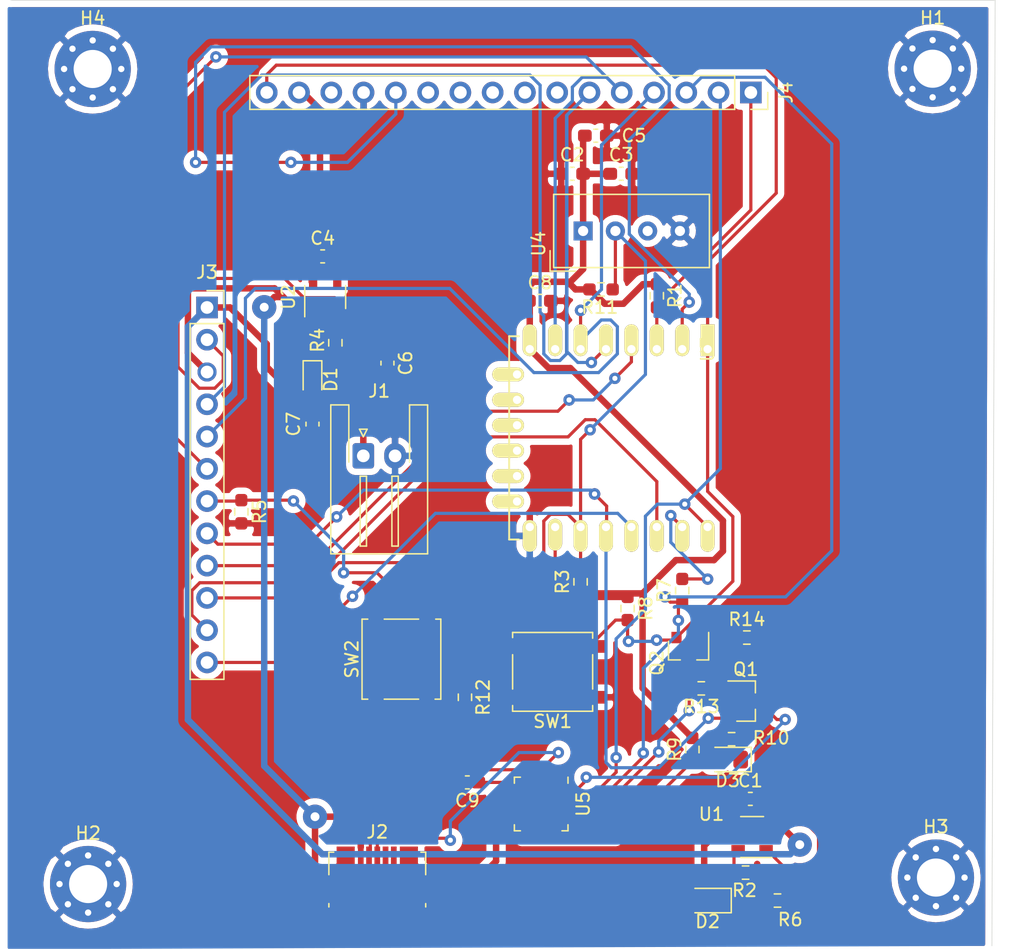
<source format=kicad_pcb>
(kicad_pcb (version 20171130) (host pcbnew "(5.1.7)-1")
  (layers (0 F.Cu signal) (31 B.Cu signal) (34 B.Paste user) (35 F.Paste user) (36 B.SilkS user) (37 F.SilkS user) (38 B.Mask user) (39 F.Mask user) (44 Edge.Cuts user))
  (net 0 "")
  (net 1 GND)
  (net 2 VBUS)
  (net 3 +3V3)
  (net 4 +BATT)
  (net 5 "Net-(C9-Pad1)")
  (net 6 "Net-(D2-Pad1)")
  (net 7 "Net-(D3-Pad1)")
  (net 8 "Net-(J2-Pad6)")
  (net 9 "Net-(J2-Pad4)")
  (net 10 "Net-(J2-Pad3)")
  (net 11 "Net-(J2-Pad2)")
  (net 12 GPIO4_SDA)
  (net 13 GPIO5_SCL)
  (net 14 GPIO2)
  (net 15 GPIO16)
  (net 16 GPIO0)
  (net 17 GPIO15)
  (net 18 GPIO13_MOSI)
  (net 19 GPIO12_MISO)
  (net 20 GPIO14_SCK)
  (net 21 EN_REG)
  (net 22 RST)
  (net 23 "Net-(J4-Pad14)")
  (net 24 ADC0)
  (net 25 "Net-(J4-Pad11)")
  (net 26 "Net-(J4-Pad10)")
  (net 27 "Net-(J4-Pad9)")
  (net 28 "Net-(J4-Pad8)")
  (net 29 "Net-(J4-Pad7)")
  (net 30 RXD)
  (net 31 TXD)
  (net 32 EN)
  (net 33 DTR)
  (net 34 "Net-(Q1-Pad1)")
  (net 35 RTS)
  (net 36 "Net-(Q2-Pad1)")
  (net 37 "Net-(R2-Pad1)")
  (net 38 STAT)
  (net 39 "Net-(R7-Pad2)")
  (net 40 "Net-(R9-Pad2)")
  (net 41 "Net-(U2-Pad4)")
  (net 42 "Net-(U4-Pad3)")
  (net 43 "Net-(U5-Pad24)")
  (net 44 "Net-(U5-Pad22)")
  (net 45 "Net-(U5-Pad18)")
  (net 46 "Net-(U5-Pad17)")
  (net 47 "Net-(U5-Pad16)")
  (net 48 "Net-(U5-Pad15)")
  (net 49 "Net-(U5-Pad14)")
  (net 50 "Net-(U5-Pad13)")
  (net 51 "Net-(U5-Pad12)")
  (net 52 "Net-(U5-Pad11)")
  (net 53 "Net-(U5-Pad10)")
  (net 54 "Net-(U5-Pad1)")
  (net 55 "Net-(U3-Pad17)")
  (net 56 "Net-(U3-Pad18)")
  (net 57 "Net-(U3-Pad19)")
  (net 58 "Net-(U3-Pad20)")
  (net 59 "Net-(U3-Pad21)")
  (net 60 "Net-(U3-Pad22)")
  (module Resistor_SMD:R_0603_1608Metric_Pad0.98x0.95mm_HandSolder (layer F.Cu) (at 193.8875 108.7 180)
    (fp_text reference R10 (at -3.1125 0.1) (layer F.SilkS))
    (fp_text value 1k)
    (pad 2 smd roundrect (at 0.9125 0 180) (size 0.975 0.95) (layers F.Cu F.Paste F.Mask) (net 16 GPIO0))
    (pad 1 smd roundrect (at -0.9125 0 180) (size 0.975 0.95) (layers F.Cu F.Paste F.Mask) (net 7 "Net-(D3-Pad1)"))
  )
  (module Connector_PinSocket_2.54mm:PinSocket_1x12_P2.54mm_Vertical (layer F.Cu) (at 152.6 74.72)
    (fp_text reference J3 (at 0 -2.77) (layer F.SilkS))
    (fp_text value Conn_01x12)
    (pad 12 thru_hole oval (at 0 27.94) (size 1.7 1.7) (drill 1) (layers *.Cu *.Mask) (net 12 GPIO4_SDA))
    (pad 11 thru_hole oval (at 0 25.4) (size 1.7 1.7) (drill 1) (layers *.Cu *.Mask) (net 13 GPIO5_SCL))
    (pad 10 thru_hole oval (at 0 22.86) (size 1.7 1.7) (drill 1) (layers *.Cu *.Mask) (net 14 GPIO2))
    (pad 9 thru_hole oval (at 0 20.32) (size 1.7 1.7) (drill 1) (layers *.Cu *.Mask) (net 15 GPIO16))
    (pad 8 thru_hole oval (at 0 17.78) (size 1.7 1.7) (drill 1) (layers *.Cu *.Mask) (net 16 GPIO0))
    (pad 7 thru_hole oval (at 0 15.24) (size 1.7 1.7) (drill 1) (layers *.Cu *.Mask) (net 17 GPIO15))
    (pad 6 thru_hole oval (at 0 12.7) (size 1.7 1.7) (drill 1) (layers *.Cu *.Mask) (net 18 GPIO13_MOSI))
    (pad 5 thru_hole oval (at 0 10.16) (size 1.7 1.7) (drill 1) (layers *.Cu *.Mask) (net 19 GPIO12_MISO))
    (pad 4 thru_hole oval (at 0 7.62) (size 1.7 1.7) (drill 1) (layers *.Cu *.Mask) (net 20 GPIO14_SCK))
    (pad 3 thru_hole oval (at 0 5.08) (size 1.5 1.5) (drill 1) (layers *.Cu *.Mask) (net 2 VBUS))
    (pad 2 thru_hole oval (at 0 2.54) (size 1.7 1.7) (drill 1) (layers *.Cu *.Mask) (net 21 EN_REG))
    (pad 1 thru_hole rect (at 0 0) (size 1.7 1.7) (drill 1) (layers *.Cu *.Mask) (net 4 +BATT))
  )
  (module Board:ESP-12E (layer F.Cu) (at 192 78 270)
    (fp_text reference U3 (at 0 0 90) (layer F.SilkS))
    (fp_text value ESP-12F hide)
    (pad 1 thru_hole rect (at 0 0 270) (size 2.5 1.1) (drill 0.65 (offset -0.7 0)) (layers *.Cu *.Mask F.SilkS) (net 22 RST))
    (pad 2 thru_hole oval (at 0 2 270) (size 2.5 1.1) (drill 0.65 (offset -0.7 0)) (layers *.Cu *.Mask F.SilkS) (net 24 ADC0))
    (pad 3 thru_hole oval (at 0 4 270) (size 2.5 1.1) (drill 0.65 (offset -0.7 0)) (layers *.Cu *.Mask F.SilkS) (net 32 EN))
    (pad 4 thru_hole oval (at 0 6 270) (size 2.5 1.1) (drill 0.65 (offset -0.7 0)) (layers *.Cu *.Mask F.SilkS) (net 15 GPIO16))
    (pad 5 thru_hole oval (at 0 8 270) (size 2.5 1.1) (drill 0.65 (offset -0.7 0)) (layers *.Cu *.Mask F.SilkS) (net 20 GPIO14_SCK))
    (pad 6 thru_hole oval (at 0 10 270) (size 2.5 1.1) (drill 0.65 (offset -0.7 0)) (layers *.Cu *.Mask F.SilkS) (net 19 GPIO12_MISO))
    (pad 7 thru_hole oval (at 0 12 270) (size 2.5 1.1) (drill 0.65 (offset -0.7 0)) (layers *.Cu *.Mask F.SilkS) (net 18 GPIO13_MOSI))
    (pad 8 thru_hole oval (at 0 14 270) (size 2.5 1.1) (drill 0.65 (offset -0.7 0)) (layers *.Cu *.Mask F.SilkS) (net 3 +3V3))
    (pad 9 thru_hole oval (at 14 14 270) (size 2.5 1.1) (drill 0.65 (offset 0.7 0)) (layers *.Cu *.Mask F.SilkS) (net 1 GND))
    (pad 10 thru_hole oval (at 14 12 270) (size 2.5 1.1) (drill 0.65 (offset 0.6 0)) (layers *.Cu *.Mask F.SilkS) (net 17 GPIO15))
    (pad 11 thru_hole oval (at 14 10 270) (size 2.5 1.1) (drill 0.65 (offset 0.7 0)) (layers *.Cu *.Mask F.SilkS) (net 14 GPIO2))
    (pad 12 thru_hole oval (at 14 8 270) (size 2.5 1.1) (drill 0.65 (offset 0.7 0)) (layers *.Cu *.Mask F.SilkS) (net 16 GPIO0))
    (pad 13 thru_hole oval (at 14 6 270) (size 2.5 1.1) (drill 0.65 (offset 0.7 0)) (layers *.Cu *.Mask F.SilkS) (net 12 GPIO4_SDA))
    (pad 14 thru_hole oval (at 14 4 270) (size 2.5 1.1) (drill 0.65 (offset 0.7 0)) (layers *.Cu *.Mask F.SilkS) (net 13 GPIO5_SCL))
    (pad 15 thru_hole oval (at 14 2 270) (size 2.5 1.1) (drill 0.65 (offset 0.7 0)) (layers *.Cu *.Mask F.SilkS) (net 39 "Net-(R7-Pad2)"))
    (pad 16 thru_hole oval (at 14 0 270) (size 2.5 1.1) (drill 0.65 (offset 0.7 0)) (layers *.Cu *.Mask F.SilkS) (net 31 TXD))
    (pad 17 thru_hole oval (at 1.99 15) (size 2.5 1.1) (drill 0.65 (offset -0.7 0)) (layers *.Cu *.Mask F.SilkS) (net 55 "Net-(U3-Pad17)"))
    (pad 18 thru_hole oval (at 3.99 15) (size 2.5 1.1) (drill 0.65 (offset -0.7 0)) (layers *.Cu *.Mask F.SilkS) (net 56 "Net-(U3-Pad18)"))
    (pad 19 thru_hole oval (at 5.99 15) (size 2.5 1.1) (drill 0.65 (offset -0.7 0)) (layers *.Cu *.Mask F.SilkS) (net 57 "Net-(U3-Pad19)"))
    (pad 20 thru_hole oval (at 7.99 15) (size 2.5 1.1) (drill 0.65 (offset -0.7 0)) (layers *.Cu *.Mask F.SilkS) (net 58 "Net-(U3-Pad20)"))
    (pad 21 thru_hole oval (at 9.99 15) (size 2.5 1.1) (drill 0.65 (offset -0.7 0)) (layers *.Cu *.Mask F.SilkS) (net 59 "Net-(U3-Pad21)"))
    (pad 22 thru_hole oval (at 11.99 15) (size 2.5 1.1) (drill 0.65 (offset -0.7 0)) (layers *.Cu *.Mask F.SilkS) (net 60 "Net-(U3-Pad22)"))
  )
  (module Package_DFN_QFN:QFN-24-1EP_4x4mm_P0.5mm_EP2.6x2.6mm (layer F.Cu) (at 178.9 113.8 270)
    (fp_text reference U5 (at 0 -3.3 90) (layer F.SilkS))
    (fp_text value CP2102N-A01-GQFN24_C)
    (pad 25 smd rect (at 0 0 270) (size 2.6 2.6) (layers F.Cu F.Mask) (net 1 GND))
    (pad 24 smd roundrect (at -1.25 -1.9375 270) (size 0.25 0.825) (layers F.Cu F.Paste F.Mask) (net 43 "Net-(U5-Pad24)"))
    (pad 23 smd roundrect (at -0.75 -1.9375 270) (size 0.25 0.825) (layers F.Cu F.Paste F.Mask) (net 33 DTR))
    (pad 22 smd roundrect (at -0.25 -1.9375 270) (size 0.25 0.825) (layers F.Cu F.Paste F.Mask) (net 44 "Net-(U5-Pad22)"))
    (pad 21 smd roundrect (at 0.25 -1.9375 270) (size 0.25 0.825) (layers F.Cu F.Paste F.Mask) (net 31 TXD))
    (pad 20 smd roundrect (at 0.75 -1.9375 270) (size 0.25 0.825) (layers F.Cu F.Paste F.Mask) (net 30 RXD))
    (pad 19 smd roundrect (at 1.25 -1.9375 270) (size 0.25 0.825) (layers F.Cu F.Paste F.Mask) (net 35 RTS))
    (pad 18 smd roundrect (at 1.9375 -1.25 270) (size 0.825 0.25) (layers F.Cu F.Paste F.Mask) (net 45 "Net-(U5-Pad18)"))
    (pad 17 smd roundrect (at 1.9375 -0.75 270) (size 0.825 0.25) (layers F.Cu F.Paste F.Mask) (net 46 "Net-(U5-Pad17)"))
    (pad 16 smd roundrect (at 1.9375 -0.25 270) (size 0.825 0.25) (layers F.Cu F.Paste F.Mask) (net 47 "Net-(U5-Pad16)"))
    (pad 15 smd roundrect (at 1.9375 0.25 270) (size 0.825 0.25) (layers F.Cu F.Paste F.Mask) (net 48 "Net-(U5-Pad15)"))
    (pad 14 smd roundrect (at 1.9375 0.75 270) (size 0.825 0.25) (layers F.Cu F.Paste F.Mask) (net 49 "Net-(U5-Pad14)"))
    (pad 13 smd roundrect (at 1.9375 1.25 270) (size 0.825 0.25) (layers F.Cu F.Paste F.Mask) (net 50 "Net-(U5-Pad13)"))
    (pad 12 smd roundrect (at 1.25 1.9375 270) (size 0.25 0.825) (layers F.Cu F.Paste F.Mask) (net 51 "Net-(U5-Pad12)"))
    (pad 11 smd roundrect (at 0.75 1.9375 270) (size 0.25 0.825) (layers F.Cu F.Paste F.Mask) (net 52 "Net-(U5-Pad11)"))
    (pad 10 smd roundrect (at 0.25 1.9375 270) (size 0.25 0.825) (layers F.Cu F.Paste F.Mask) (net 53 "Net-(U5-Pad10)"))
    (pad 9 smd roundrect (at -0.25 1.9375 270) (size 0.25 0.825) (layers F.Cu F.Paste F.Mask) (net 40 "Net-(R9-Pad2)"))
    (pad 8 smd roundrect (at -0.75 1.9375 270) (size 0.25 0.825) (layers F.Cu F.Paste F.Mask) (net 2 VBUS))
    (pad 7 smd roundrect (at -1.25 1.9375 270) (size 0.25 0.825) (layers F.Cu F.Paste F.Mask) (net 2 VBUS))
    (pad 6 smd roundrect (at -1.9375 1.25 270) (size 0.825 0.25) (layers F.Cu F.Paste F.Mask) (net 5 "Net-(C9-Pad1)"))
    (pad 5 smd roundrect (at -1.9375 0.75 270) (size 0.825 0.25) (layers F.Cu F.Paste F.Mask) (net 5 "Net-(C9-Pad1)"))
    (pad 4 smd roundrect (at -1.9375 0.25 270) (size 0.825 0.25) (layers F.Cu F.Paste F.Mask) (net 11 "Net-(J2-Pad2)"))
    (pad 3 smd roundrect (at -1.9375 -0.25 270) (size 0.825 0.25) (layers F.Cu F.Paste F.Mask) (net 10 "Net-(J2-Pad3)"))
    (pad 2 smd roundrect (at -1.9375 -0.75 270) (size 0.825 0.25) (layers F.Cu F.Paste F.Mask) (net 1 GND))
    (pad 1 smd roundrect (at -1.9375 -1.25 270) (size 0.825 0.25) (layers F.Cu F.Paste F.Mask) (net 54 "Net-(U5-Pad1)"))
  )
  (module Sensor:Aosong_DHT11_5.5x12.0_P2.54mm (layer F.Cu) (at 182.2 68.7 90)
    (fp_text reference U4 (at -1 -3.5 90) (layer F.SilkS))
    (fp_text value DHT11)
    (pad 4 thru_hole circle (at 0 7.62 90) (size 1.5 1.5) (drill 0.8) (layers *.Cu *.Mask) (net 1 GND))
    (pad 3 thru_hole circle (at 0 5.08 90) (size 1.5 1.5) (drill 0.8) (layers *.Cu *.Mask) (net 42 "Net-(U4-Pad3)"))
    (pad 2 thru_hole circle (at 0 2.54 90) (size 1.5 1.5) (drill 0.8) (layers *.Cu *.Mask) (net 14 GPIO2))
    (pad 1 thru_hole rect (at 0 0 90) (size 1.5 1.5) (drill 0.8) (layers *.Cu *.Mask) (net 3 +3V3))
  )
  (module Package_TO_SOT_SMD:SOT-23-5 (layer F.Cu) (at 161.9 73.9 90)
    (fp_text reference U2 (at 0 -2.9 90) (layer F.SilkS))
    (fp_text value AP2127K-3.3)
    (pad 5 smd rect (at 1.1 -0.95 90) (size 1.06 0.65) (layers F.Cu F.Paste F.Mask) (net 3 +3V3))
    (pad 4 smd rect (at 1.1 0.95 90) (size 1.06 0.65) (layers F.Cu F.Paste F.Mask) (net 41 "Net-(U2-Pad4)"))
    (pad 3 smd rect (at -1.1 0.95 90) (size 1.06 0.65) (layers F.Cu F.Paste F.Mask) (net 21 EN_REG))
    (pad 2 smd rect (at -1.1 0 90) (size 1.06 0.65) (layers F.Cu F.Paste F.Mask) (net 1 GND))
    (pad 1 smd rect (at -1.1 -0.95 90) (size 1.06 0.65) (layers F.Cu F.Paste F.Mask) (net 2 VBUS))
  )
  (module Package_TO_SOT_SMD:SOT-23-5 (layer F.Cu) (at 195.5 116.4 180)
    (fp_text reference U1 (at 3.2 1.8) (layer F.SilkS))
    (fp_text value MCP73831-2-OT)
    (pad 5 smd rect (at 1.1 -0.95 180) (size 1.06 0.65) (layers F.Cu F.Paste F.Mask) (net 37 "Net-(R2-Pad1)"))
    (pad 4 smd rect (at 1.1 0.95 180) (size 1.06 0.65) (layers F.Cu F.Paste F.Mask) (net 2 VBUS))
    (pad 3 smd rect (at -1.1 0.95 180) (size 1.06 0.65) (layers F.Cu F.Paste F.Mask) (net 4 +BATT))
    (pad 2 smd rect (at -1.1 0 180) (size 1.06 0.65) (layers F.Cu F.Paste F.Mask) (net 1 GND))
    (pad 1 smd rect (at -1.1 -0.95 180) (size 1.06 0.65) (layers F.Cu F.Paste F.Mask) (net 38 STAT))
  )
  (module Button_Switch_SMD:SW_SPST_EVPBF (layer F.Cu) (at 167.9 102.4 90)
    (fp_text reference SW2 (at 0 -3.9 90) (layer F.SilkS))
    (fp_text value SW_Push)
    (pad 2 smd rect (at 2.88 2 90) (size 2.75 1) (layers F.Cu F.Paste F.Mask) (net 17 GPIO15))
    (pad 2 smd rect (at -2.88 2 90) (size 2.75 1) (layers F.Cu F.Paste F.Mask) (net 17 GPIO15))
    (pad 1 smd rect (at -2.88 -2 90) (size 2.75 1) (layers F.Cu F.Paste F.Mask) (net 1 GND))
    (pad 1 smd rect (at 2.88 -2 90) (size 2.75 1) (layers F.Cu F.Paste F.Mask) (net 1 GND))
  )
  (module Button_Switch_SMD:SW_SPST_EVPBF (layer F.Cu) (at 179.8 103.4 180)
    (fp_text reference SW1 (at 0 -3.9) (layer F.SilkS))
    (fp_text value SW_Push)
    (pad 2 smd rect (at 2.88 2 180) (size 2.75 1) (layers F.Cu F.Paste F.Mask) (net 22 RST))
    (pad 2 smd rect (at -2.88 2 180) (size 2.75 1) (layers F.Cu F.Paste F.Mask) (net 22 RST))
    (pad 1 smd rect (at -2.88 -2 180) (size 2.75 1) (layers F.Cu F.Paste F.Mask) (net 1 GND))
    (pad 1 smd rect (at 2.88 -2 180) (size 2.75 1) (layers F.Cu F.Paste F.Mask) (net 1 GND))
  )
  (module Resistor_SMD:R_0603_1608Metric_Pad0.98x0.95mm_HandSolder (layer F.Cu) (at 195.0875 100.7)
    (fp_text reference R14 (at 0 -1.43) (layer F.SilkS))
    (fp_text value 10k)
    (pad 2 smd roundrect (at 0.9125 0) (size 0.975 0.95) (layers F.Cu F.Paste F.Mask) (net 33 DTR))
    (pad 1 smd roundrect (at -0.9125 0) (size 0.975 0.95) (layers F.Cu F.Paste F.Mask) (net 36 "Net-(Q2-Pad1)"))
  )
  (module Resistor_SMD:R_0603_1608Metric_Pad0.98x0.95mm_HandSolder (layer F.Cu) (at 191.5 104.7 180)
    (fp_text reference R13 (at 0 -1.43) (layer F.SilkS))
    (fp_text value 10k)
    (pad 2 smd roundrect (at 0.9125 0 180) (size 0.975 0.95) (layers F.Cu F.Paste F.Mask) (net 35 RTS))
    (pad 1 smd roundrect (at -0.9125 0 180) (size 0.975 0.95) (layers F.Cu F.Paste F.Mask) (net 34 "Net-(Q1-Pad1)"))
  )
  (module Resistor_SMD:R_0603_1608Metric_Pad0.98x0.95mm_HandSolder (layer F.Cu) (at 172.9 105.4 270)
    (fp_text reference R12 (at 0 -1.43 90) (layer F.SilkS))
    (fp_text value 10k)
    (pad 2 smd roundrect (at 0.9125 0 270) (size 0.975 0.95) (layers F.Cu F.Paste F.Mask) (net 17 GPIO15))
    (pad 1 smd roundrect (at -0.9125 0 270) (size 0.975 0.95) (layers F.Cu F.Paste F.Mask) (net 3 +3V3))
  )
  (module Resistor_SMD:R_0603_1608Metric_Pad0.98x0.95mm_HandSolder (layer F.Cu) (at 183.6125 73.3)
    (fp_text reference R11 (at -0.1 1.4) (layer F.SilkS))
    (fp_text value 4k7)
    (pad 2 smd roundrect (at 0.9125 0) (size 0.975 0.95) (layers F.Cu F.Paste F.Mask) (net 14 GPIO2))
    (pad 1 smd roundrect (at -0.9125 0) (size 0.975 0.95) (layers F.Cu F.Paste F.Mask) (net 3 +3V3))
  )
  (module Resistor_SMD:R_0603_1608Metric_Pad0.98x0.95mm_HandSolder (layer F.Cu) (at 190.8 109.5125 270)
    (fp_text reference R9 (at -0.0125 1.4 90) (layer F.SilkS))
    (fp_text value 10k)
    (pad 2 smd roundrect (at 0.9125 0 270) (size 0.975 0.95) (layers F.Cu F.Paste F.Mask) (net 40 "Net-(R9-Pad2)"))
    (pad 1 smd roundrect (at -0.9125 0 270) (size 0.975 0.95) (layers F.Cu F.Paste F.Mask) (net 3 +3V3))
  )
  (module Resistor_SMD:R_0603_1608Metric_Pad0.98x0.95mm_HandSolder (layer F.Cu) (at 185.7 98.4125 270)
    (fp_text reference R8 (at 0 -1.43 90) (layer F.SilkS))
    (fp_text value 10k)
    (pad 2 smd roundrect (at 0.9125 0 270) (size 0.975 0.95) (layers F.Cu F.Paste F.Mask) (net 22 RST))
    (pad 1 smd roundrect (at -0.9125 0 270) (size 0.975 0.95) (layers F.Cu F.Paste F.Mask) (net 3 +3V3))
  )
  (module Resistor_SMD:R_0603_1608Metric_Pad0.98x0.95mm_HandSolder (layer F.Cu) (at 190 97 90)
    (fp_text reference R7 (at 0 -1.43 90) (layer F.SilkS))
    (fp_text value 1k)
    (pad 2 smd roundrect (at 0.9125 0 90) (size 0.975 0.95) (layers F.Cu F.Paste F.Mask) (net 39 "Net-(R7-Pad2)"))
    (pad 1 smd roundrect (at -0.9125 0 90) (size 0.975 0.95) (layers F.Cu F.Paste F.Mask) (net 30 RXD))
  )
  (module Resistor_SMD:R_0603_1608Metric_Pad0.98x0.95mm_HandSolder (layer F.Cu) (at 197.5 121.4)
    (fp_text reference R6 (at 1 1.5) (layer F.SilkS))
    (fp_text value 1k)
    (pad 2 smd roundrect (at 0.9125 0) (size 0.975 0.95) (layers F.Cu F.Paste F.Mask) (net 38 STAT))
    (pad 1 smd roundrect (at -0.9125 0) (size 0.975 0.95) (layers F.Cu F.Paste F.Mask) (net 6 "Net-(D2-Pad1)"))
  )
  (module Resistor_SMD:R_0603_1608Metric_Pad0.98x0.95mm_HandSolder (layer F.Cu) (at 155.3 90.8 270)
    (fp_text reference R5 (at 0 -1.43 90) (layer F.SilkS))
    (fp_text value 10k)
    (pad 2 smd roundrect (at 0.9125 0 270) (size 0.975 0.95) (layers F.Cu F.Paste F.Mask) (net 1 GND))
    (pad 1 smd roundrect (at -0.9125 0 270) (size 0.975 0.95) (layers F.Cu F.Paste F.Mask) (net 17 GPIO15))
  )
  (module Resistor_SMD:R_0603_1608Metric_Pad0.98x0.95mm_HandSolder (layer F.Cu) (at 162.7 77.5 270)
    (fp_text reference R4 (at -0.2 1.4 90) (layer F.SilkS))
    (fp_text value 10k)
    (pad 2 smd roundrect (at 0.9125 0 270) (size 0.975 0.95) (layers F.Cu F.Paste F.Mask) (net 21 EN_REG))
    (pad 1 smd roundrect (at -0.9125 0 270) (size 0.975 0.95) (layers F.Cu F.Paste F.Mask) (net 2 VBUS))
  )
  (module Resistor_SMD:R_0603_1608Metric_Pad0.98x0.95mm_HandSolder (layer F.Cu) (at 182 96.3125 90)
    (fp_text reference R3 (at 0 -1.43 90) (layer F.SilkS))
    (fp_text value 10k)
    (pad 2 smd roundrect (at 0.9125 0 90) (size 0.975 0.95) (layers F.Cu F.Paste F.Mask) (net 14 GPIO2))
    (pad 1 smd roundrect (at -0.9125 0 90) (size 0.975 0.95) (layers F.Cu F.Paste F.Mask) (net 3 +3V3))
  )
  (module Resistor_SMD:R_0603_1608Metric_Pad0.98x0.95mm_HandSolder (layer F.Cu) (at 194.9875 119.2)
    (fp_text reference R2 (at -0.0875 1.4) (layer F.SilkS))
    (fp_text value 2K)
    (pad 2 smd roundrect (at 0.9125 0) (size 0.975 0.95) (layers F.Cu F.Paste F.Mask) (net 1 GND))
    (pad 1 smd roundrect (at -0.9125 0) (size 0.975 0.95) (layers F.Cu F.Paste F.Mask) (net 37 "Net-(R2-Pad1)"))
  )
  (module Resistor_SMD:R_0603_1608Metric_Pad0.98x0.95mm_HandSolder (layer F.Cu) (at 188 73.8 270)
    (fp_text reference R1 (at 0 -1.43 90) (layer F.SilkS))
    (fp_text value 10k)
    (pad 2 smd roundrect (at 0.9125 0 270) (size 0.975 0.95) (layers F.Cu F.Paste F.Mask) (net 32 EN))
    (pad 1 smd roundrect (at -0.9125 0 270) (size 0.975 0.95) (layers F.Cu F.Paste F.Mask) (net 3 +3V3))
  )
  (module Package_TO_SOT_SMD:SOT-23 (layer F.Cu) (at 190.5 101.7 270)
    (fp_text reference Q2 (at 1 2.5 90) (layer F.SilkS))
    (fp_text value Q_NPN_BCE)
    (pad 3 smd rect (at 1 0 270) (size 0.9 0.8) (layers F.Cu F.Paste F.Mask) (net 35 RTS))
    (pad 2 smd rect (at -1 0.95 270) (size 0.9 0.8) (layers F.Cu F.Paste F.Mask) (net 22 RST))
    (pad 1 smd rect (at -1 -0.95 270) (size 0.9 0.8) (layers F.Cu F.Paste F.Mask) (net 36 "Net-(Q2-Pad1)"))
  )
  (module Package_TO_SOT_SMD:SOT-23 (layer F.Cu) (at 195 105.7)
    (fp_text reference Q1 (at 0 -2.5) (layer F.SilkS))
    (fp_text value Q_NPN_BCE)
    (pad 3 smd rect (at 1 0) (size 0.9 0.8) (layers F.Cu F.Paste F.Mask) (net 33 DTR))
    (pad 2 smd rect (at -1 0.95) (size 0.9 0.8) (layers F.Cu F.Paste F.Mask) (net 16 GPIO0))
    (pad 1 smd rect (at -1 -0.95) (size 0.9 0.8) (layers F.Cu F.Paste F.Mask) (net 34 "Net-(Q1-Pad1)"))
  )
  (module Connector_PinSocket_2.54mm:PinSocket_1x16_P2.54mm_Vertical (layer F.Cu) (at 195.4 57.8 270)
    (fp_text reference J4 (at 0 -2.77 90) (layer F.SilkS))
    (fp_text value Conn_01x16)
    (pad 16 thru_hole oval (at 0 38.1 270) (size 1.7 1.7) (drill 1) (layers *.Cu *.Mask) (net 22 RST))
    (pad 15 thru_hole oval (at 0 35.56 270) (size 1.7 1.7) (drill 1) (layers *.Cu *.Mask) (net 3 +3V3))
    (pad 14 thru_hole oval (at 0 33.02 270) (size 1.7 1.7) (drill 1) (layers *.Cu *.Mask) (net 23 "Net-(J4-Pad14)"))
    (pad 13 thru_hole oval (at 0 30.48 270) (size 1.7 1.7) (drill 1) (layers *.Cu *.Mask) (net 1 GND))
    (pad 12 thru_hole oval (at 0 27.94 270) (size 1.7 1.7) (drill 1) (layers *.Cu *.Mask) (net 24 ADC0))
    (pad 11 thru_hole oval (at 0 25.4 270) (size 1.7 1.7) (drill 1) (layers *.Cu *.Mask) (net 25 "Net-(J4-Pad11)"))
    (pad 10 thru_hole oval (at 0 22.86 270) (size 1.7 1.7) (drill 1) (layers *.Cu *.Mask) (net 26 "Net-(J4-Pad10)"))
    (pad 9 thru_hole oval (at 0 20.32 270) (size 1.7 1.7) (drill 1) (layers *.Cu *.Mask) (net 27 "Net-(J4-Pad9)"))
    (pad 8 thru_hole oval (at 0 17.78 270) (size 1.7 1.7) (drill 1) (layers *.Cu *.Mask) (net 28 "Net-(J4-Pad8)"))
    (pad 7 thru_hole oval (at 0 15.24 270) (size 1.7 1.7) (drill 1) (layers *.Cu *.Mask) (net 29 "Net-(J4-Pad7)"))
    (pad 6 thru_hole oval (at 0 12.7 270) (size 1.7 1.7) (drill 1) (layers *.Cu *.Mask) (net 20 GPIO14_SCK))
    (pad 5 thru_hole oval (at 0 10.16 270) (size 1.7 1.7) (drill 1) (layers *.Cu *.Mask) (net 18 GPIO13_MOSI))
    (pad 4 thru_hole oval (at 0 7.62 270) (size 1.7 1.7) (drill 1) (layers *.Cu *.Mask) (net 19 GPIO12_MISO))
    (pad 3 thru_hole oval (at 0 5.08 270) (size 1.7 1.7) (drill 1) (layers *.Cu *.Mask) (net 30 RXD))
    (pad 2 thru_hole oval (at 0 2.54 270) (size 1.7 1.7) (drill 1) (layers *.Cu *.Mask) (net 31 TXD))
    (pad 1 thru_hole rect (at 0 0 270) (size 1.7 1.7) (drill 1) (layers *.Cu *.Mask) (net 32 EN))
  )
  (module Connector_USB:USB_Micro-B_Molex_47346-0001 (layer F.Cu) (at 166 119.3)
    (fp_text reference J2 (at 0 -3.3 180) (layer F.SilkS))
    (fp_text value USB_B_Micro)
    (pad 6 smd rect (at 1.55 1.2) (size 1 1.9) (layers F.Cu F.Paste F.Mask) (net 8 "Net-(J2-Pad6)"))
    (pad 6 smd rect (at -1.15 1.2) (size 1.8 1.9) (layers F.Cu F.Paste F.Mask) (net 8 "Net-(J2-Pad6)"))
    (pad 6 smd rect (at 3.375 1.2) (size 1.65 1.3) (layers F.Cu F.Paste F.Mask) (net 8 "Net-(J2-Pad6)"))
    (pad 6 smd rect (at -3.375 1.2) (size 1.65 1.3) (layers F.Cu F.Paste F.Mask) (net 8 "Net-(J2-Pad6)"))
    (pad 6 smd rect (at 2.4875 -1.375) (size 1.425 1.55) (layers F.Cu F.Paste F.Mask) (net 8 "Net-(J2-Pad6)"))
    (pad 6 smd rect (at -2.4875 -1.375) (size 1.425 1.55) (layers F.Cu F.Paste F.Mask) (net 8 "Net-(J2-Pad6)"))
    (pad 5 smd rect (at 1.3 -1.46) (size 0.45 1.38) (layers F.Cu F.Paste F.Mask) (net 1 GND))
    (pad 4 smd rect (at 0.65 -1.46) (size 0.45 1.38) (layers F.Cu F.Paste F.Mask) (net 9 "Net-(J2-Pad4)"))
    (pad 3 smd rect (at 0 -1.46) (size 0.45 1.38) (layers F.Cu F.Paste F.Mask) (net 10 "Net-(J2-Pad3)"))
    (pad 2 smd rect (at -0.65 -1.46) (size 0.45 1.38) (layers F.Cu F.Paste F.Mask) (net 11 "Net-(J2-Pad2)"))
    (pad 1 smd rect (at -1.3 -1.46) (size 0.45 1.38) (layers F.Cu F.Paste F.Mask) (net 2 VBUS))
  )
  (module Connector_JST:JST_XH_S2B-XH-A-1_1x02_P2.50mm_Horizontal (layer F.Cu) (at 164.9 86.4)
    (fp_text reference J1 (at 1.25 -5.1) (layer F.SilkS))
    (fp_text value Conn_01x02)
    (pad 2 thru_hole oval (at 2.5 0) (size 1.7 2) (drill 1) (layers *.Cu *.Mask) (net 1 GND))
    (pad 1 thru_hole roundrect (at 0 0) (size 1.7 2) (drill 1) (layers *.Cu *.Mask) (roundrect_rratio 0.147059) (net 4 +BATT))
  )
  (module MountingHole:MountingHole_3mm_Pad_Via (layer F.Cu) (at 143.6 55.95)
    (fp_text reference H4 (at 0 -4) (layer F.SilkS))
    (fp_text value MountingHole_Pad)
    (pad 1 thru_hole circle (at 1.59099 -1.59099) (size 0.8 0.8) (drill 0.5) (layers *.Cu *.Mask) (net 1 GND))
    (pad 1 thru_hole circle (at 0 -2.25) (size 0.8 0.8) (drill 0.5) (layers *.Cu *.Mask) (net 1 GND))
    (pad 1 thru_hole circle (at -1.59099 -1.59099) (size 0.8 0.8) (drill 0.5) (layers *.Cu *.Mask) (net 1 GND))
    (pad 1 thru_hole circle (at -2.25 0) (size 0.8 0.8) (drill 0.5) (layers *.Cu *.Mask) (net 1 GND))
    (pad 1 thru_hole circle (at -1.59099 1.59099) (size 0.8 0.8) (drill 0.5) (layers *.Cu *.Mask) (net 1 GND))
    (pad 1 thru_hole circle (at 0 2.25) (size 0.8 0.8) (drill 0.5) (layers *.Cu *.Mask) (net 1 GND))
    (pad 1 thru_hole circle (at 1.59099 1.59099) (size 0.8 0.8) (drill 0.5) (layers *.Cu *.Mask) (net 1 GND))
    (pad 1 thru_hole circle (at 2.25 0) (size 0.8 0.8) (drill 0.5) (layers *.Cu *.Mask) (net 1 GND))
    (pad 1 thru_hole circle (at 0 0) (size 6 6) (drill 3) (layers *.Cu *.Mask) (net 1 GND))
  )
  (module MountingHole:MountingHole_3mm_Pad_Via (layer F.Cu) (at 209.97 119.59)
    (fp_text reference H3 (at 0 -4) (layer F.SilkS))
    (fp_text value MountingHole_Pad)
    (pad 1 thru_hole circle (at 1.59099 -1.59099) (size 0.8 0.8) (drill 0.5) (layers *.Cu *.Mask) (net 1 GND))
    (pad 1 thru_hole circle (at 0 -2.25) (size 0.8 0.8) (drill 0.5) (layers *.Cu *.Mask) (net 1 GND))
    (pad 1 thru_hole circle (at -1.59099 -1.59099) (size 0.8 0.8) (drill 0.5) (layers *.Cu *.Mask) (net 1 GND))
    (pad 1 thru_hole circle (at -2.25 0) (size 0.8 0.8) (drill 0.5) (layers *.Cu *.Mask) (net 1 GND))
    (pad 1 thru_hole circle (at -1.59099 1.59099) (size 0.8 0.8) (drill 0.5) (layers *.Cu *.Mask) (net 1 GND))
    (pad 1 thru_hole circle (at 0 2.25) (size 0.8 0.8) (drill 0.5) (layers *.Cu *.Mask) (net 1 GND))
    (pad 1 thru_hole circle (at 1.59099 1.59099) (size 0.8 0.8) (drill 0.5) (layers *.Cu *.Mask) (net 1 GND))
    (pad 1 thru_hole circle (at 2.25 0) (size 0.8 0.8) (drill 0.5) (layers *.Cu *.Mask) (net 1 GND))
    (pad 1 thru_hole circle (at 0 0) (size 6 6) (drill 3) (layers *.Cu *.Mask) (net 1 GND))
  )
  (module MountingHole:MountingHole_3mm_Pad_Via (layer F.Cu) (at 143.24 120.1)
    (fp_text reference H2 (at 0 -4) (layer F.SilkS))
    (fp_text value MountingHole_Pad)
    (pad 1 thru_hole circle (at 1.59099 -1.59099) (size 0.8 0.8) (drill 0.5) (layers *.Cu *.Mask) (net 1 GND))
    (pad 1 thru_hole circle (at 0 -2.25) (size 0.8 0.8) (drill 0.5) (layers *.Cu *.Mask) (net 1 GND))
    (pad 1 thru_hole circle (at -1.59099 -1.59099) (size 0.8 0.8) (drill 0.5) (layers *.Cu *.Mask) (net 1 GND))
    (pad 1 thru_hole circle (at -2.25 0) (size 0.8 0.8) (drill 0.5) (layers *.Cu *.Mask) (net 1 GND))
    (pad 1 thru_hole circle (at -1.59099 1.59099) (size 0.8 0.8) (drill 0.5) (layers *.Cu *.Mask) (net 1 GND))
    (pad 1 thru_hole circle (at 0 2.25) (size 0.8 0.8) (drill 0.5) (layers *.Cu *.Mask) (net 1 GND))
    (pad 1 thru_hole circle (at 1.59099 1.59099) (size 0.8 0.8) (drill 0.5) (layers *.Cu *.Mask) (net 1 GND))
    (pad 1 thru_hole circle (at 2.25 0) (size 0.8 0.8) (drill 0.5) (layers *.Cu *.Mask) (net 1 GND))
    (pad 1 thru_hole circle (at 0 0) (size 6 6) (drill 3) (layers *.Cu *.Mask) (net 1 GND))
  )
  (module MountingHole:MountingHole_3mm_Pad_Via (layer F.Cu) (at 209.71 55.93)
    (fp_text reference H1 (at 0 -4) (layer F.SilkS))
    (fp_text value MountingHole_Pad)
    (pad 1 thru_hole circle (at 1.59099 -1.59099) (size 0.8 0.8) (drill 0.5) (layers *.Cu *.Mask) (net 1 GND))
    (pad 1 thru_hole circle (at 0 -2.25) (size 0.8 0.8) (drill 0.5) (layers *.Cu *.Mask) (net 1 GND))
    (pad 1 thru_hole circle (at -1.59099 -1.59099) (size 0.8 0.8) (drill 0.5) (layers *.Cu *.Mask) (net 1 GND))
    (pad 1 thru_hole circle (at -2.25 0) (size 0.8 0.8) (drill 0.5) (layers *.Cu *.Mask) (net 1 GND))
    (pad 1 thru_hole circle (at -1.59099 1.59099) (size 0.8 0.8) (drill 0.5) (layers *.Cu *.Mask) (net 1 GND))
    (pad 1 thru_hole circle (at 0 2.25) (size 0.8 0.8) (drill 0.5) (layers *.Cu *.Mask) (net 1 GND))
    (pad 1 thru_hole circle (at 1.59099 1.59099) (size 0.8 0.8) (drill 0.5) (layers *.Cu *.Mask) (net 1 GND))
    (pad 1 thru_hole circle (at 2.25 0) (size 0.8 0.8) (drill 0.5) (layers *.Cu *.Mask) (net 1 GND))
    (pad 1 thru_hole circle (at 0 0) (size 6 6) (drill 3) (layers *.Cu *.Mask) (net 1 GND))
  )
  (module LED_SMD:LED_0805_2012Metric_Pad1.15x1.40mm_HandSolder (layer F.Cu) (at 193.575 110.3 180)
    (fp_text reference D3 (at 0 -1.65) (layer F.SilkS))
    (fp_text value LED)
    (pad 2 smd roundrect (at 1.025 0 180) (size 1.15 1.4) (layers F.Cu F.Paste F.Mask) (roundrect_rratio 0.217391) (net 3 +3V3))
    (pad 1 smd roundrect (at -1.025 0 180) (size 1.15 1.4) (layers F.Cu F.Paste F.Mask) (roundrect_rratio 0.217391) (net 7 "Net-(D3-Pad1)"))
  )
  (module LED_SMD:LED_0805_2012Metric_Pad1.15x1.40mm_HandSolder (layer F.Cu) (at 192 121.4 180)
    (fp_text reference D2 (at 0 -1.65) (layer F.SilkS))
    (fp_text value LED)
    (pad 2 smd roundrect (at 1.025 0 180) (size 1.15 1.4) (layers F.Cu F.Paste F.Mask) (roundrect_rratio 0.217391) (net 2 VBUS))
    (pad 1 smd roundrect (at -1.025 0 180) (size 1.15 1.4) (layers F.Cu F.Paste F.Mask) (roundrect_rratio 0.217391) (net 6 "Net-(D2-Pad1)"))
  )
  (module Diode_SMD:D_0603_1608Metric (layer F.Cu) (at 160.9 80.4 270)
    (fp_text reference D1 (at 0 -1.43 90) (layer F.SilkS))
    (fp_text value D_Schottky)
    (pad 2 smd roundrect (at 0.7875 0 270) (size 0.875 0.95) (layers F.Cu F.Paste F.Mask) (net 4 +BATT))
    (pad 1 smd roundrect (at -0.7875 0 270) (size 0.875 0.95) (layers F.Cu F.Paste F.Mask) (net 2 VBUS))
  )
  (module Capacitor_SMD:C_0603_1608Metric_Pad1.08x0.95mm_HandSolder (layer F.Cu) (at 173.0875 112.1 180)
    (fp_text reference C9 (at 0 -1.43) (layer F.SilkS))
    (fp_text value 1u)
    (pad 2 smd roundrect (at 0.8625 0 180) (size 1.075 0.95) (layers F.Cu F.Paste F.Mask) (net 1 GND))
    (pad 1 smd roundrect (at -0.8625 0 180) (size 1.075 0.95) (layers F.Cu F.Paste F.Mask) (net 5 "Net-(C9-Pad1)"))
  )
  (module Capacitor_SMD:C_0603_1608Metric_Pad1.08x0.95mm_HandSolder (layer F.Cu) (at 178.8 74.2)
    (fp_text reference C8 (at 0 -1.43) (layer F.SilkS))
    (fp_text value 100n)
    (pad 2 smd roundrect (at 0.8625 0) (size 1.075 0.95) (layers F.Cu F.Paste F.Mask) (net 1 GND))
    (pad 1 smd roundrect (at -0.8625 0) (size 1.075 0.95) (layers F.Cu F.Paste F.Mask) (net 3 +3V3))
  )
  (module Capacitor_SMD:C_0603_1608Metric_Pad1.08x0.95mm_HandSolder (layer F.Cu) (at 160.9 83.9 270)
    (fp_text reference C7 (at 0 1.5 90) (layer F.SilkS))
    (fp_text value 10u)
    (pad 2 smd roundrect (at 0.8625 0 270) (size 1.075 0.95) (layers F.Cu F.Paste F.Mask) (net 1 GND))
    (pad 1 smd roundrect (at -0.8625 0 270) (size 1.075 0.95) (layers F.Cu F.Paste F.Mask) (net 4 +BATT))
  )
  (module Capacitor_SMD:C_0603_1608Metric_Pad1.08x0.95mm_HandSolder (layer F.Cu) (at 166.8 79.1 270)
    (fp_text reference C6 (at 0 -1.43 90) (layer F.SilkS))
    (fp_text value 4.7u)
    (pad 2 smd roundrect (at 0.8625 0 270) (size 1.075 0.95) (layers F.Cu F.Paste F.Mask) (net 1 GND))
    (pad 1 smd roundrect (at -0.8625 0 270) (size 1.075 0.95) (layers F.Cu F.Paste F.Mask) (net 4 +BATT))
  )
  (module Capacitor_SMD:C_0603_1608Metric_Pad1.08x0.95mm_HandSolder (layer F.Cu) (at 183.2 61.2)
    (fp_text reference C5 (at 3 0) (layer F.SilkS))
    (fp_text value 10u)
    (pad 2 smd roundrect (at 0.8625 0) (size 1.075 0.95) (layers F.Cu F.Paste F.Mask) (net 1 GND))
    (pad 1 smd roundrect (at -0.8625 0) (size 1.075 0.95) (layers F.Cu F.Paste F.Mask) (net 3 +3V3))
  )
  (module Capacitor_SMD:C_0603_1608Metric_Pad1.08x0.95mm_HandSolder (layer F.Cu) (at 161.7 70.7)
    (fp_text reference C4 (at 0 -1.43) (layer F.SilkS))
    (fp_text value 1u)
    (pad 2 smd roundrect (at 0.8625 0) (size 1.075 0.95) (layers F.Cu F.Paste F.Mask) (net 1 GND))
    (pad 1 smd roundrect (at -0.8625 0) (size 1.075 0.95) (layers F.Cu F.Paste F.Mask) (net 3 +3V3))
  )
  (module Capacitor_SMD:C_0603_1608Metric_Pad1.08x0.95mm_HandSolder (layer F.Cu) (at 185.2 64.2)
    (fp_text reference C3 (at 0 -1.5) (layer F.SilkS))
    (fp_text value 100n)
    (pad 2 smd roundrect (at 0.8625 0) (size 1.075 0.95) (layers F.Cu F.Paste F.Mask) (net 1 GND))
    (pad 1 smd roundrect (at -0.8625 0) (size 1.075 0.95) (layers F.Cu F.Paste F.Mask) (net 3 +3V3))
  )
  (module Capacitor_SMD:C_0603_1608Metric_Pad1.08x0.95mm_HandSolder (layer F.Cu) (at 181.3375 64.2 180)
    (fp_text reference C2 (at 0 1.5) (layer F.SilkS))
    (fp_text value 10v)
    (pad 2 smd roundrect (at 0.8625 0 180) (size 1.075 0.95) (layers F.Cu F.Paste F.Mask) (net 1 GND))
    (pad 1 smd roundrect (at -0.8625 0 180) (size 1.075 0.95) (layers F.Cu F.Paste F.Mask) (net 3 +3V3))
  )
  (module Capacitor_SMD:C_0603_1608Metric_Pad1.08x0.95mm_HandSolder (layer F.Cu) (at 195.3625 113.4)
    (fp_text reference C1 (at 0 -1.43) (layer F.SilkS))
    (fp_text value 10u)
    (pad 2 smd roundrect (at 0.8625 0) (size 1.075 0.95) (layers F.Cu F.Paste F.Mask) (net 1 GND))
    (pad 1 smd roundrect (at -0.8625 0) (size 1.075 0.95) (layers F.Cu F.Paste F.Mask) (net 2 VBUS))
  )
  (gr_line (start 214.63 50.546) (end 214.376 124.968) (layer Edge.Cuts) (width 0.05))
  (gr_line (start 137.16 50.546) (end 214.63 50.546) (layer Edge.Cuts) (width 0.05))
  (segment (start 197.42001 120.921214) (end 197.42001 122.61999) (width 0.25) (layer F.Cu) (net 0))
  (segment (start 197.358 120.859204) (end 197.42001 120.921214) (width 0.25) (layer F.Cu) (net 0))
  (segment (start 197.358 120.396) (end 197.358 120.859204) (width 0.25) (layer F.Cu) (net 0))
  (segment (start 200.727501 116.286647) (end 196.840844 112.39999) (width 0.25) (layer F.Cu) (net 0))
  (segment (start 200.727501 120.396295) (end 200.727501 116.286647) (width 0.25) (layer F.Cu) (net 0))
  (segment (start 198.903786 122.22001) (end 200.727501 120.396295) (width 0.25) (layer F.Cu) (net 0))
  (segment (start 197.81999 122.22001) (end 198.903786 122.22001) (width 0.25) (layer F.Cu) (net 0))
  (segment (start 197.42001 122.61999) (end 197.81999 122.22001) (width 0.25) (layer F.Cu) (net 0))
  (segment (start 178.7 111.9) (end 178.7 111.411192) (width 0.25) (layer F.Cu) (net 11))
  (segment (start 176.92 105.4) (end 182.68 105.4) (width 0.508) (layer F.Cu) (net 1))
  (segment (start 196.77667 116.586) (end 195.072 116.586) (width 0.508) (layer F.Cu) (net 1))
  (segment (start 196.225 113.4) (end 196.061835 113.236835) (width 0.508) (layer F.Cu) (net 1))
  (segment (start 195.9 119.2) (end 195.9 118.517001) (width 0.508) (layer F.Cu) (net 1))
  (segment (start 151.226799 73.215999) (end 157.915999 73.215999) (width 0.508) (layer F.Cu) (net 2))
  (segment (start 151.095999 73.346799) (end 151.226799 73.215999) (width 0.508) (layer F.Cu) (net 2))
  (segment (start 151.095999 78.295999) (end 151.095999 73.346799) (width 0.508) (layer F.Cu) (net 2))
  (segment (start 152.6 79.8) (end 151.095999 78.295999) (width 0.508) (layer F.Cu) (net 2))
  (segment (start 159.7 75) (end 160.920999 75) (width 0.508) (layer F.Cu) (net 2))
  (segment (start 160.9 78.3875) (end 162.7 76.5875) (width 0.508) (layer F.Cu) (net 2))
  (segment (start 160.9 79.6125) (end 160.9 78.3875) (width 0.508) (layer F.Cu) (net 2))
  (segment (start 160.920999 76.053201) (end 160.920999 75) (width 0.508) (layer F.Cu) (net 2))
  (segment (start 161.455298 76.5875) (end 160.920999 76.053201) (width 0.508) (layer F.Cu) (net 2))
  (segment (start 162.7 76.5875) (end 161.455298 76.5875) (width 0.508) (layer F.Cu) (net 2))
  (segment (start 194.5 115.35) (end 194.4 115.45) (width 0.508) (layer F.Cu) (net 2))
  (segment (start 194.5 113.4) (end 194.5 115.35) (width 0.508) (layer F.Cu) (net 2))
  (segment (start 191.72901 120.64599) (end 190.975 121.4) (width 0.508) (layer F.Cu) (net 2))
  (segment (start 191.72901 117.08299) (end 191.72901 120.64599) (width 0.508) (layer F.Cu) (net 2))
  (segment (start 193.362 115.45) (end 191.72901 117.08299) (width 0.508) (layer F.Cu) (net 2))
  (segment (start 194.4 115.45) (end 193.362 115.45) (width 0.508) (layer F.Cu) (net 2))
  (via (at 157.1 74.7) (size 1.905) (drill 0.7) (layers F.Cu B.Cu) (net 2))
  (segment (start 157.9 73.9) (end 157.1 74.7) (width 0.508) (layer F.Cu) (net 2))
  (segment (start 158.6 73.9) (end 157.9 73.9) (width 0.508) (layer F.Cu) (net 2))
  (segment (start 157.915999 73.215999) (end 158.6 73.9) (width 0.508) (layer F.Cu) (net 2))
  (segment (start 158.6 73.9) (end 159.7 75) (width 0.508) (layer F.Cu) (net 2))
  (segment (start 157.1 74.7) (end 157.1 110.8) (width 0.508) (layer B.Cu) (net 2))
  (via (at 161.1 114.8) (size 1.905) (drill 0.7) (layers F.Cu B.Cu) (net 2))
  (segment (start 157.1 110.8) (end 161.1 114.8) (width 0.508) (layer B.Cu) (net 2))
  (segment (start 164.7 115.3942) (end 164.7 117.2) (width 0.508) (layer F.Cu) (net 2))
  (segment (start 164.1058 114.8) (end 164.7 115.3942) (width 0.508) (layer F.Cu) (net 2))
  (segment (start 161.1 114.8) (end 164.1058 114.8) (width 0.508) (layer F.Cu) (net 2))
  (segment (start 161.1 121.627202) (end 161.1 114.8) (width 0.508) (layer F.Cu) (net 2))
  (segment (start 161.576799 122.104001) (end 161.1 121.627202) (width 0.508) (layer F.Cu) (net 2))
  (segment (start 182 121.4) (end 181.295999 122.104001) (width 0.508) (layer F.Cu) (net 2))
  (segment (start 190.975 121.4) (end 182 121.4) (width 0.508) (layer F.Cu) (net 2))
  (segment (start 182 121.4) (end 181.85 121.4) (width 0.508) (layer F.Cu) (net 2))
  (segment (start 177.089505 112.810495) (end 177.068515 112.831485) (width 0.508) (layer F.Cu) (net 2))
  (segment (start 171.395999 122.104001) (end 171.545999 122.104001) (width 0.508) (layer F.Cu) (net 2))
  (segment (start 181.295999 122.104001) (end 171.395999 122.104001) (width 0.508) (layer F.Cu) (net 2))
  (segment (start 171.395999 122.104001) (end 161.576799 122.104001) (width 0.508) (layer F.Cu) (net 2))
  (segment (start 171.545999 122.104001) (end 175.35 118.3) (width 0.508) (layer F.Cu) (net 2))
  (segment (start 176.62901 112.52901) (end 177.05 112.95) (width 0.508) (layer F.Cu) (net 2))
  (segment (start 175.35 118.3) (end 175.35 113.3) (width 0.508) (layer F.Cu) (net 2))
  (segment (start 176.07901 112.87099) (end 176.45 112.5) (width 0.508) (layer F.Cu) (net 2))
  (segment (start 175.35 113.3) (end 175.35 113.25) (width 0.508) (layer F.Cu) (net 2))
  (segment (start 176.451686 112.5) (end 176.55 112.5) (width 0.508) (layer F.Cu) (net 2))
  (segment (start 175.57099 112.87901) (end 175.819304 112.87901) (width 0.508) (layer F.Cu) (net 2))
  (segment (start 175.35 113.1) (end 175.57099 112.87901) (width 0.508) (layer F.Cu) (net 2))
  (segment (start 175.35 113.3) (end 175.35 113.1) (width 0.508) (layer F.Cu) (net 2))
  (segment (start 160.8375 72.6875) (end 160.95 72.8) (width 0.508) (layer F.Cu) (net 3))
  (segment (start 160.8375 70.7) (end 160.8375 72.6875) (width 0.508) (layer F.Cu) (net 3))
  (segment (start 178 74.2625) (end 177.9375 74.2) (width 0.508) (layer F.Cu) (net 3))
  (segment (start 178 78) (end 178 74.2625) (width 0.508) (layer F.Cu) (net 3))
  (segment (start 177.9375 74.2) (end 177.9375 73.0625) (width 0.508) (layer F.Cu) (net 3))
  (segment (start 177.9375 73.0625) (end 178.3 72.7) (width 0.508) (layer F.Cu) (net 3))
  (segment (start 178.3 72.7) (end 181 72.7) (width 0.508) (layer F.Cu) (net 3))
  (segment (start 181.6 73.3) (end 182.7 73.3) (width 0.508) (layer F.Cu) (net 3))
  (segment (start 181 72.7) (end 181.6 73.3) (width 0.508) (layer F.Cu) (net 3))
  (segment (start 181 72.7) (end 181.2 72.7) (width 0.508) (layer F.Cu) (net 3))
  (segment (start 182.2 71.7) (end 182.2 68.7) (width 0.508) (layer F.Cu) (net 3))
  (segment (start 181.2 72.7) (end 182.2 71.7) (width 0.508) (layer F.Cu) (net 3))
  (segment (start 182.7 73.223288) (end 183.905722 74.42901) (width 0.508) (layer F.Cu) (net 3))
  (segment (start 183.905722 74.42901) (end 185.37099 74.42901) (width 0.508) (layer F.Cu) (net 3))
  (segment (start 182.7 73.3) (end 182.7 73.223288) (width 0.508) (layer F.Cu) (net 3))
  (segment (start 186.9125 72.8875) (end 188 72.8875) (width 0.508) (layer F.Cu) (net 3))
  (segment (start 185.37099 74.42901) (end 186.9125 72.8875) (width 0.508) (layer F.Cu) (net 3))
  (segment (start 182.2 64.2) (end 182.2 68.7) (width 0.508) (layer F.Cu) (net 3))
  (segment (start 182.2 64.2) (end 184.3375 64.2) (width 0.508) (layer F.Cu) (net 3))
  (segment (start 182.2 61.3375) (end 182.3375 61.2) (width 0.508) (layer F.Cu) (net 3))
  (segment (start 182.2 64.2) (end 182.2 61.3375) (width 0.508) (layer F.Cu) (net 3))
  (segment (start 182.275 97.5) (end 182 97.225) (width 0.508) (layer F.Cu) (net 3))
  (segment (start 185.7 97.5) (end 182.275 97.5) (width 0.508) (layer F.Cu) (net 3))
  (segment (start 172.9 102.367798) (end 172.9 104.4875) (width 0.508) (layer F.Cu) (net 3))
  (segment (start 178.042798 97.225) (end 172.9 102.367798) (width 0.508) (layer F.Cu) (net 3))
  (segment (start 182 97.225) (end 178.042798 97.225) (width 0.508) (layer F.Cu) (net 3))
  (segment (start 179.491283 79.491283) (end 178 78) (width 0.508) (layer F.Cu) (net 3))
  (segment (start 181.19401 79.491283) (end 179.491283 79.491283) (width 0.508) (layer F.Cu) (net 3))
  (segment (start 193.20401 91.501283) (end 181.19401 79.491283) (width 0.508) (layer F.Cu) (net 3))
  (segment (start 193.20401 93.898717) (end 193.20401 91.501283) (width 0.508) (layer F.Cu) (net 3))
  (segment (start 192.498717 94.60401) (end 193.20401 93.898717) (width 0.508) (layer F.Cu) (net 3))
  (segment (start 189.501283 94.60401) (end 192.498717 94.60401) (width 0.508) (layer F.Cu) (net 3))
  (segment (start 186.880293 97.225) (end 189.501283 94.60401) (width 0.508) (layer F.Cu) (net 3))
  (segment (start 178.042798 97.225) (end 186.880293 97.225) (width 0.508) (layer F.Cu) (net 3))
  (segment (start 172.9 104.4875) (end 172.9 104.564212) (width 0.508) (layer F.Cu) (net 3))
  (segment (start 161.49151 69.57099) (end 160.8375 70.225) (width 0.508) (layer F.Cu) (net 3))
  (segment (start 160.8375 70.225) (end 160.8375 70.7) (width 0.508) (layer F.Cu) (net 3))
  (segment (start 174.44599 69.57099) (end 161.49151 69.57099) (width 0.508) (layer F.Cu) (net 3))
  (segment (start 177.9375 73.0625) (end 174.44599 69.57099) (width 0.508) (layer F.Cu) (net 3))
  (segment (start 190.8 108.6) (end 190.6 108.6) (width 0.508) (layer F.Cu) (net 3))
  (segment (start 190.85 108.6) (end 192.55 110.3) (width 0.508) (layer F.Cu) (net 3))
  (segment (start 190.8 108.6) (end 190.85 108.6) (width 0.508) (layer F.Cu) (net 3))
  (segment (start 186.880293 104.680293) (end 190.8 108.6) (width 0.508) (layer F.Cu) (net 3))
  (segment (start 186.880293 97.225) (end 186.880293 104.680293) (width 0.508) (layer F.Cu) (net 3))
  (segment (start 160.154078 57.8) (end 159.84 57.8) (width 0.508) (layer F.Cu) (net 3))
  (segment (start 161.49151 59.137432) (end 160.154078 57.8) (width 0.508) (layer F.Cu) (net 3))
  (segment (start 161.49151 69.57099) (end 161.49151 59.137432) (width 0.508) (layer F.Cu) (net 3))
  (segment (start 164.9 86.4) (end 164.9 84.8) (width 0.508) (layer F.Cu) (net 4))
  (segment (start 163.1375 83.0375) (end 160.9 83.0375) (width 0.508) (layer F.Cu) (net 4))
  (segment (start 164.9 84.8) (end 163.1375 83.0375) (width 0.508) (layer F.Cu) (net 4))
  (segment (start 160.9 83.0375) (end 160.9 81.1875) (width 0.508) (layer F.Cu) (net 4))
  (segment (start 163.1375 83.0375) (end 163.1375 80.3625) (width 0.508) (layer F.Cu) (net 4))
  (segment (start 165.2625 78.2375) (end 166.8 78.2375) (width 0.508) (layer F.Cu) (net 4))
  (segment (start 163.1375 80.3625) (end 165.2625 78.2375) (width 0.508) (layer F.Cu) (net 4))
  (segment (start 152.6 74.72) (end 154.42 74.72) (width 0.508) (layer F.Cu) (net 4))
  (segment (start 154.42 74.72) (end 157.3 77.6) (width 0.508) (layer F.Cu) (net 4))
  (segment (start 157.3 77.6) (end 157.3 79.4) (width 0.508) (layer F.Cu) (net 4))
  (segment (start 159.0875 81.1875) (end 160.9 81.1875) (width 0.508) (layer F.Cu) (net 4))
  (segment (start 157.3 79.4) (end 159.0875 81.1875) (width 0.508) (layer F.Cu) (net 4))
  (segment (start 161.676379 117.754001) (end 198.495999 117.754001) (width 0.508) (layer B.Cu) (net 4))
  (segment (start 151.095999 76.224001) (end 151.095999 107.173621) (width 0.508) (layer B.Cu) (net 4))
  (segment (start 151.095999 107.173621) (end 161.676379 117.754001) (width 0.508) (layer B.Cu) (net 4))
  (segment (start 152.6 74.72) (end 151.095999 76.224001) (width 0.508) (layer B.Cu) (net 4))
  (via (at 199.25 117) (size 1.905) (drill 0.7) (layers F.Cu B.Cu) (net 4))
  (segment (start 198.495999 117.754001) (end 199.25 117) (width 0.508) (layer B.Cu) (net 4))
  (segment (start 197.670999 115.420999) (end 196.6 115.420999) (width 0.508) (layer F.Cu) (net 4))
  (segment (start 199.25 117) (end 197.670999 115.420999) (width 0.508) (layer F.Cu) (net 4))
  (segment (start 176.122514 111.8625) (end 178.15 111.8625) (width 0.25) (layer F.Cu) (net 5))
  (segment (start 175.885014 112.1) (end 176.122514 111.8625) (width 0.25) (layer F.Cu) (net 5))
  (segment (start 173.95 112.1) (end 175.885014 112.1) (width 0.25) (layer F.Cu) (net 5))
  (segment (start 193.025 121.4) (end 196.5875 121.4) (width 0.25) (layer F.Cu) (net 6))
  (segment (start 169.375 118.8125) (end 168.4875 117.925) (width 0.25) (layer F.Cu) (net 8))
  (segment (start 169.375 120.5) (end 169.375 118.8125) (width 0.25) (layer F.Cu) (net 8))
  (segment (start 169.375 120.5) (end 162.625 120.5) (width 0.25) (layer F.Cu) (net 8))
  (segment (start 162.625 118.8125) (end 163.5125 117.925) (width 0.25) (layer F.Cu) (net 8))
  (segment (start 162.625 120.5) (end 162.625 118.8125) (width 0.25) (layer F.Cu) (net 8))
  (segment (start 179.344144 110.92499) (end 179.105068 111.164066) (width 0.25) (layer F.Cu) (net 10))
  (segment (start 166 116.9) (end 166.40499 116.49501) (width 0.25) (layer F.Cu) (net 10))
  (segment (start 166 117.84) (end 166 116.9) (width 0.25) (layer F.Cu) (net 10))
  (segment (start 165.45 115.05) (end 165.45 117.45) (width 0.25) (layer F.Cu) (net 11))
  (segment (start 165.45 113.85) (end 165.45 115.05) (width 0.25) (layer F.Cu) (net 11))
  (segment (start 168.19501 111.10499) (end 165.45 113.85) (width 0.25) (layer F.Cu) (net 11))
  (segment (start 178.381298 111.10499) (end 168.19501 111.10499) (width 0.25) (layer F.Cu) (net 11))
  (segment (start 178.65 111.373692) (end 178.381298 111.10499) (width 0.25) (layer F.Cu) (net 11))
  (segment (start 179.1 111.7) (end 179.1 111.211192) (width 0.25) (layer F.Cu) (net 10))
  (via (at 171.75 116.65) (size 0.9) (drill 0.4) (layers F.Cu B.Cu) (net 10))
  (segment (start 171.59501 116.49501) (end 171.75 116.65) (width 0.25) (layer F.Cu) (net 10))
  (segment (start 166.40499 116.49501) (end 171.59501 116.49501) (width 0.25) (layer F.Cu) (net 10))
  (segment (start 171.75 116.65) (end 171.75 115.15) (width 0.25) (layer B.Cu) (net 10))
  (segment (start 171.75 115.15) (end 177.15 109.75) (width 0.25) (layer B.Cu) (net 10))
  (via (at 180.25 109.75) (size 0.9) (drill 0.4) (layers F.Cu B.Cu) (net 10))
  (segment (start 177.15 109.75) (end 180.25 109.75) (width 0.25) (layer B.Cu) (net 10))
  (segment (start 179.344144 110.655856) (end 179.344144 110.92499) (width 0.25) (layer F.Cu) (net 10))
  (segment (start 180.25 109.75) (end 179.344144 110.655856) (width 0.25) (layer F.Cu) (net 10))
  (via (at 164.05 97.45) (size 0.9) (drill 0.4) (layers F.Cu B.Cu) (net 12))
  (segment (start 158.84 102.66) (end 164.05 97.45) (width 0.25) (layer F.Cu) (net 12))
  (segment (start 152.6 102.66) (end 158.84 102.66) (width 0.25) (layer F.Cu) (net 12))
  (segment (start 184.92499 90.92499) (end 186 92) (width 0.25) (layer B.Cu) (net 12))
  (segment (start 170.57501 90.92499) (end 184.92499 90.92499) (width 0.25) (layer B.Cu) (net 12))
  (segment (start 164.05 97.45) (end 170.57501 90.92499) (width 0.25) (layer B.Cu) (net 12))
  (segment (start 152.026399 96.384999) (end 151.404999 97.006399) (width 0.25) (layer F.Cu) (net 13))
  (segment (start 172.203389 84.905315) (end 160.723705 96.384999) (width 0.25) (layer F.Cu) (net 13))
  (segment (start 181.018083 84.905315) (end 172.203389 84.905315) (width 0.25) (layer F.Cu) (net 13))
  (segment (start 182.368399 83.554999) (end 181.018083 84.905315) (width 0.25) (layer F.Cu) (net 13))
  (segment (start 151.404999 97.006399) (end 151.404999 98.924999) (width 0.25) (layer F.Cu) (net 13))
  (segment (start 160.723705 96.384999) (end 152.026399 96.384999) (width 0.25) (layer F.Cu) (net 13))
  (segment (start 183.131601 83.554999) (end 182.368399 83.554999) (width 0.25) (layer F.Cu) (net 13))
  (segment (start 188 88.423398) (end 183.131601 83.554999) (width 0.25) (layer F.Cu) (net 13))
  (segment (start 151.404999 98.924999) (end 152.6 100.12) (width 0.25) (layer F.Cu) (net 13))
  (segment (start 188 92) (end 188 88.423398) (width 0.25) (layer F.Cu) (net 13))
  (segment (start 184.74 73.085) (end 184.525 73.3) (width 0.25) (layer F.Cu) (net 14))
  (segment (start 184.74 68.7) (end 184.74 73.085) (width 0.25) (layer F.Cu) (net 14))
  (segment (start 182 95.4) (end 182 92) (width 0.25) (layer F.Cu) (net 14))
  (via (at 182.75 84.35) (size 0.9) (drill 0.4) (layers F.Cu B.Cu) (net 14))
  (segment (start 182 85.1) (end 182.75 84.35) (width 0.25) (layer F.Cu) (net 14))
  (segment (start 182 92) (end 182 85.1) (width 0.25) (layer F.Cu) (net 14))
  (segment (start 187.10499 71.06499) (end 184.74 68.7) (width 0.25) (layer B.Cu) (net 14))
  (segment (start 187.10499 79.99501) (end 187.10499 71.06499) (width 0.25) (layer B.Cu) (net 14))
  (segment (start 182.75 84.35) (end 187.10499 79.99501) (width 0.25) (layer B.Cu) (net 14))
  (segment (start 181.00499 91.00499) (end 182 92) (width 0.25) (layer F.Cu) (net 14))
  (segment (start 179.10499 91.529275) (end 179.629275 91.00499) (width 0.25) (layer F.Cu) (net 14))
  (segment (start 179.10499 94.520725) (end 179.10499 91.529275) (width 0.25) (layer F.Cu) (net 14))
  (segment (start 178.820716 94.804999) (end 179.10499 94.520725) (width 0.25) (layer F.Cu) (net 14))
  (segment (start 162.968399 94.804999) (end 178.820716 94.804999) (width 0.25) (layer F.Cu) (net 14))
  (segment (start 160.193398 97.58) (end 162.968399 94.804999) (width 0.25) (layer F.Cu) (net 14))
  (segment (start 179.629275 91.00499) (end 181.00499 91.00499) (width 0.25) (layer F.Cu) (net 14))
  (segment (start 152.6 97.58) (end 160.193398 97.58) (width 0.25) (layer F.Cu) (net 14))
  (via (at 184.7 80.3) (size 0.9) (drill 0.4) (layers F.Cu B.Cu) (net 15))
  (segment (start 186 79) (end 184.7 80.3) (width 0.25) (layer F.Cu) (net 15))
  (segment (start 186 78) (end 186 79) (width 0.25) (layer F.Cu) (net 15))
  (segment (start 184.7 80.3) (end 183 82) (width 0.25) (layer B.Cu) (net 15))
  (via (at 181.1 82) (size 0.9) (drill 0.4) (layers F.Cu B.Cu) (net 15))
  (segment (start 183 82) (end 181.1 82) (width 0.25) (layer B.Cu) (net 15))
  (via (at 181.1 82) (size 0.9) (drill 0.4) (layers F.Cu B.Cu) (net 15))
  (segment (start 160.854557 95.04) (end 152.6 95.04) (width 0.25) (layer F.Cu) (net 15))
  (segment (start 173.009547 82.88501) (end 160.854557 95.04) (width 0.25) (layer F.Cu) (net 15))
  (segment (start 180.21499 82.88501) (end 173.009547 82.88501) (width 0.25) (layer F.Cu) (net 15))
  (segment (start 181.1 82) (end 180.21499 82.88501) (width 0.25) (layer F.Cu) (net 15))
  (segment (start 194 106.65) (end 194 106.728968) (width 0.25) (layer F.Cu) (net 16))
  (segment (start 192.975 107.675) (end 194 106.65) (width 0.25) (layer F.Cu) (net 16))
  (segment (start 192.975 108.7) (end 192.975 107.675) (width 0.25) (layer F.Cu) (net 16))
  (segment (start 153.449999 93.349999) (end 160.650001 93.349999) (width 0.25) (layer F.Cu) (net 16))
  (segment (start 152.6 92.5) (end 153.449999 93.349999) (width 0.25) (layer F.Cu) (net 16))
  (via (at 162.8 91.2) (size 0.9) (drill 0.4) (layers F.Cu B.Cu) (net 16))
  (segment (start 160.650001 93.349999) (end 162.8 91.2) (width 0.25) (layer F.Cu) (net 16))
  (via (at 183.1 89.4) (size 0.9) (drill 0.4) (layers F.Cu B.Cu) (net 16))
  (segment (start 182.79499 89.09499) (end 183.1 89.4) (width 0.25) (layer B.Cu) (net 16))
  (segment (start 164.90501 89.09499) (end 182.79499 89.09499) (width 0.25) (layer B.Cu) (net 16))
  (segment (start 162.8 91.2) (end 164.90501 89.09499) (width 0.25) (layer B.Cu) (net 16))
  (via (at 183.1 89.4) (size 0.9) (drill 0.4) (layers F.Cu B.Cu) (net 16))
  (segment (start 183.1 89.4) (end 184.05 90.35) (width 0.25) (layer F.Cu) (net 16))
  (segment (start 184.05 91.95) (end 184 92) (width 0.25) (layer F.Cu) (net 16))
  (segment (start 184.05 90.35) (end 184.05 91.95) (width 0.25) (layer F.Cu) (net 16))
  (segment (start 188.154999 110.945001) (end 192.05 107.05) (width 0.25) (layer B.Cu) (net 16))
  (segment (start 184.418399 110.945001) (end 188.154999 110.945001) (width 0.25) (layer B.Cu) (net 16))
  (via (at 192.05 107.05) (size 0.9) (drill 0.4) (layers F.Cu B.Cu) (net 16))
  (segment (start 184 110.526602) (end 184.418399 110.945001) (width 0.25) (layer B.Cu) (net 16))
  (segment (start 184 92) (end 184 110.526602) (width 0.25) (layer B.Cu) (net 16))
  (segment (start 193.6 107.05) (end 194 106.65) (width 0.25) (layer F.Cu) (net 16))
  (segment (start 192.05 107.05) (end 193.6 107.05) (width 0.25) (layer F.Cu) (net 16))
  (segment (start 170.9325 106.3125) (end 169.9 105.28) (width 0.25) (layer F.Cu) (net 17))
  (segment (start 172.9 106.3125) (end 170.9325 106.3125) (width 0.25) (layer F.Cu) (net 17))
  (segment (start 169.9 99.52) (end 169.9 105.28) (width 0.25) (layer F.Cu) (net 17))
  (segment (start 173.400293 99.52) (end 177.320293 95.6) (width 0.25) (layer F.Cu) (net 17))
  (segment (start 169.9 99.52) (end 173.400293 99.52) (width 0.25) (layer F.Cu) (net 17))
  (segment (start 177.320293 95.6) (end 179 95.6) (width 0.25) (layer F.Cu) (net 17))
  (segment (start 180 94.6) (end 180 92) (width 0.25) (layer F.Cu) (net 17))
  (segment (start 179 95.6) (end 180 94.6) (width 0.25) (layer F.Cu) (net 17))
  (segment (start 155.2275 89.96) (end 155.3 89.8875) (width 0.25) (layer F.Cu) (net 17))
  (segment (start 152.6 89.96) (end 155.2275 89.96) (width 0.25) (layer F.Cu) (net 17))
  (segment (start 169.9 99.52) (end 165.98 95.6) (width 0.25) (layer F.Cu) (net 17))
  (via (at 163.35 95.6) (size 0.9) (drill 0.4) (layers F.Cu B.Cu) (net 17))
  (segment (start 165.98 95.6) (end 163.35 95.6) (width 0.25) (layer F.Cu) (net 17))
  (segment (start 163.35 95.6) (end 163.35 93.9) (width 0.25) (layer B.Cu) (net 17))
  (via (at 159.4 89.95) (size 0.9) (drill 0.4) (layers F.Cu B.Cu) (net 17))
  (segment (start 163.35 93.9) (end 159.4 89.95) (width 0.25) (layer B.Cu) (net 17))
  (segment (start 159.3375 89.8875) (end 159.4 89.95) (width 0.25) (layer F.Cu) (net 17))
  (segment (start 155.3 89.8875) (end 159.3375 89.8875) (width 0.25) (layer F.Cu) (net 17))
  (segment (start 180 59.835306) (end 180 78) (width 0.25) (layer B.Cu) (net 18))
  (segment (start 181.355001 58.480305) (end 180 59.835306) (width 0.25) (layer B.Cu) (net 18))
  (segment (start 181.355001 57.376397) (end 181.355001 58.480305) (width 0.25) (layer B.Cu) (net 18))
  (segment (start 182.126399 56.604999) (end 181.355001 57.376397) (width 0.25) (layer B.Cu) (net 18))
  (segment (start 184.044999 56.604999) (end 182.126399 56.604999) (width 0.25) (layer B.Cu) (net 18))
  (segment (start 185.24 57.8) (end 184.044999 56.604999) (width 0.25) (layer B.Cu) (net 18))
  (segment (start 179.95 78) (end 180 78) (width 0.25) (layer F.Cu) (net 18))
  (segment (start 179.9 78) (end 179.95 78) (width 0.25) (layer F.Cu) (net 18))
  (segment (start 149.846981 84.666981) (end 149.846981 58.453019) (width 0.25) (layer F.Cu) (net 18))
  (segment (start 152.6 87.42) (end 149.846981 84.666981) (width 0.25) (layer F.Cu) (net 18))
  (via (at 153.3 55) (size 0.9) (drill 0.4) (layers F.Cu B.Cu) (net 18))
  (segment (start 149.846981 58.453019) (end 153.3 55) (width 0.25) (layer F.Cu) (net 18))
  (segment (start 182.44 55) (end 185.24 57.8) (width 0.25) (layer B.Cu) (net 18))
  (segment (start 153.3 55) (end 182.44 55) (width 0.25) (layer B.Cu) (net 18))
  (via (at 182 74.95) (size 0.9) (drill 0.4) (layers F.Cu B.Cu) (net 19))
  (segment (start 183.644999 73.305001) (end 182 74.95) (width 0.25) (layer B.Cu) (net 19))
  (segment (start 183.644999 61.935001) (end 183.644999 73.305001) (width 0.25) (layer B.Cu) (net 19))
  (segment (start 187.78 57.8) (end 183.644999 61.935001) (width 0.25) (layer B.Cu) (net 19))
  (via (at 182 74.95) (size 0.9) (drill 0.4) (layers F.Cu B.Cu) (net 19))
  (segment (start 182 74.95) (end 182 78) (width 0.25) (layer F.Cu) (net 19))
  (segment (start 183.629275 75.70499) (end 182 77.334265) (width 0.25) (layer B.Cu) (net 19))
  (segment (start 184.370725 75.70499) (end 183.629275 75.70499) (width 0.25) (layer B.Cu) (net 19))
  (segment (start 184.89501 78.370725) (end 184.89501 76.229275) (width 0.25) (layer B.Cu) (net 19))
  (segment (start 178.324708 79.845001) (end 183.420734 79.845001) (width 0.25) (layer B.Cu) (net 19))
  (segment (start 184.89501 76.229275) (end 184.370725 75.70499) (width 0.25) (layer B.Cu) (net 19))
  (segment (start 171.702206 73.222499) (end 178.324708 79.845001) (width 0.25) (layer B.Cu) (net 19))
  (segment (start 156.390799 73.222499) (end 171.702206 73.222499) (width 0.25) (layer B.Cu) (net 19))
  (segment (start 183.420734 79.845001) (end 184.89501 78.370725) (width 0.25) (layer B.Cu) (net 19))
  (segment (start 155.622499 73.990799) (end 156.390799 73.222499) (width 0.25) (layer B.Cu) (net 19))
  (segment (start 155.622499 81.857501) (end 155.622499 73.990799) (width 0.25) (layer B.Cu) (net 19))
  (segment (start 182 77.334265) (end 182 78) (width 0.25) (layer B.Cu) (net 19))
  (segment (start 152.6 84.88) (end 155.622499 81.857501) (width 0.25) (layer B.Cu) (net 19))
  (via (at 182.85 79.05) (size 0.9) (drill 0.4) (layers F.Cu B.Cu) (net 20))
  (segment (start 183.9 78) (end 182.85 79.05) (width 0.25) (layer F.Cu) (net 20))
  (segment (start 184 78) (end 183.9 78) (width 0.25) (layer F.Cu) (net 20))
  (segment (start 180.924999 59.575001) (end 182.7 57.8) (width 0.25) (layer B.Cu) (net 20))
  (segment (start 180.924999 78.190734) (end 180.924999 59.575001) (width 0.25) (layer B.Cu) (net 20))
  (segment (start 181.784265 79.05) (end 180.924999 78.190734) (width 0.25) (layer B.Cu) (net 20))
  (segment (start 182.85 79.05) (end 181.784265 79.05) (width 0.25) (layer B.Cu) (net 20))
  (segment (start 153.975001 59.356397) (end 153.975001 80.964999) (width 0.25) (layer B.Cu) (net 20))
  (segment (start 156.906399 56.424999) (end 153.975001 59.356397) (width 0.25) (layer B.Cu) (net 20))
  (segment (start 178.815001 57.226399) (end 178.013601 56.424999) (width 0.25) (layer B.Cu) (net 20))
  (segment (start 178.013601 56.424999) (end 156.906399 56.424999) (width 0.25) (layer B.Cu) (net 20))
  (segment (start 178.815001 75.089286) (end 178.815001 57.226399) (width 0.25) (layer B.Cu) (net 20))
  (segment (start 153.975001 80.964999) (end 152.6 82.34) (width 0.25) (layer B.Cu) (net 20))
  (segment (start 179.10499 75.379275) (end 178.815001 75.089286) (width 0.25) (layer B.Cu) (net 20))
  (segment (start 179.10499 78.370725) (end 179.10499 75.379275) (width 0.25) (layer B.Cu) (net 20))
  (segment (start 179.629275 78.89501) (end 179.10499 78.370725) (width 0.25) (layer B.Cu) (net 20))
  (segment (start 180.370725 78.89501) (end 179.629275 78.89501) (width 0.25) (layer B.Cu) (net 20))
  (segment (start 180.89501 59.60499) (end 180.89501 78.370725) (width 0.25) (layer B.Cu) (net 20))
  (segment (start 180.89501 78.370725) (end 180.370725 78.89501) (width 0.25) (layer B.Cu) (net 20))
  (segment (start 182.7 57.8) (end 180.89501 59.60499) (width 0.25) (layer B.Cu) (net 20))
  (segment (start 162.85 74.149998) (end 162.85 75) (width 0.25) (layer F.Cu) (net 21))
  (segment (start 158.696989 72.436989) (end 160.204999 73.944999) (width 0.25) (layer F.Cu) (net 21))
  (segment (start 160.204999 73.944999) (end 162.645001 73.944999) (width 0.25) (layer F.Cu) (net 21))
  (segment (start 150.904123 72.436989) (end 158.696989 72.436989) (width 0.25) (layer F.Cu) (net 21))
  (segment (start 150.31699 73.024122) (end 150.904123 72.436989) (width 0.25) (layer F.Cu) (net 21))
  (segment (start 162.645001 73.944999) (end 162.85 74.149998) (width 0.25) (layer F.Cu) (net 21))
  (segment (start 163.70001 75.85001) (end 162.85 75) (width 0.25) (layer F.Cu) (net 21))
  (segment (start 163.70001 77.88749) (end 163.70001 75.85001) (width 0.25) (layer F.Cu) (net 21))
  (segment (start 163.175 78.4125) (end 163.70001 77.88749) (width 0.25) (layer F.Cu) (net 21))
  (segment (start 162.7 78.4125) (end 163.175 78.4125) (width 0.25) (layer F.Cu) (net 21))
  (segment (start 153.875001 78.535001) (end 152.6 77.26) (width 0.25) (layer F.Cu) (net 21))
  (segment (start 153.875001 80.412001) (end 153.875001 78.535001) (width 0.25) (layer F.Cu) (net 21))
  (segment (start 153.212001 81.075001) (end 153.875001 80.412001) (width 0.25) (layer F.Cu) (net 21))
  (segment (start 151.987999 81.075001) (end 153.212001 81.075001) (width 0.25) (layer F.Cu) (net 21))
  (segment (start 150.31699 79.403992) (end 151.987999 81.075001) (width 0.25) (layer F.Cu) (net 21))
  (segment (start 150.31699 73.024122) (end 150.31699 79.403992) (width 0.25) (layer F.Cu) (net 21))
  (segment (start 184.755 99.325) (end 182.68 101.4) (width 0.25) (layer F.Cu) (net 22))
  (segment (start 185.7 99.325) (end 184.755 99.325) (width 0.25) (layer F.Cu) (net 22))
  (segment (start 182.68 101.4) (end 176.92 101.4) (width 0.25) (layer F.Cu) (net 22))
  (segment (start 185.7 99.325) (end 185.7 100.9) (width 0.25) (layer F.Cu) (net 22))
  (via (at 185.776293 101) (size 0.9) (drill 0.4) (layers F.Cu B.Cu) (net 22))
  (segment (start 185.776293 100.976293) (end 185.776293 101) (width 0.25) (layer F.Cu) (net 22))
  (segment (start 185.7 100.9) (end 185.776293 100.976293) (width 0.25) (layer F.Cu) (net 22))
  (via (at 185.776293 101) (size 0.9) (drill 0.4) (layers F.Cu B.Cu) (net 22))
  (segment (start 185.776293 101) (end 187.7 101) (width 0.25) (layer B.Cu) (net 22))
  (via (at 187.984293 100.9) (size 0.9) (drill 0.4) (layers F.Cu B.Cu) (net 22))
  (segment (start 187.8 100.9) (end 187.984293 100.9) (width 0.25) (layer B.Cu) (net 22))
  (segment (start 187.7 101) (end 187.8 100.9) (width 0.25) (layer B.Cu) (net 22))
  (via (at 187.984293 100.9) (size 0.9) (drill 0.4) (layers F.Cu B.Cu) (net 22))
  (segment (start 189.35 100.9) (end 189.55 100.7) (width 0.25) (layer F.Cu) (net 22))
  (segment (start 187.984293 100.9) (end 189.35 100.9) (width 0.25) (layer F.Cu) (net 22))
  (segment (start 192 89.195587) (end 192 78) (width 0.25) (layer F.Cu) (net 22))
  (segment (start 193.98302 91.178607) (end 192 89.195587) (width 0.25) (layer F.Cu) (net 22))
  (segment (start 193.98302 96.26698) (end 193.98302 91.178607) (width 0.25) (layer F.Cu) (net 22))
  (segment (start 189.55 100.7) (end 193.98302 96.26698) (width 0.25) (layer F.Cu) (net 22))
  (segment (start 192 74.95) (end 192 71.118048) (width 0.25) (layer F.Cu) (net 22))
  (segment (start 192 74.75) (end 192 74.95) (width 0.25) (layer F.Cu) (net 22))
  (segment (start 192 71.118048) (end 197.4 65.718048) (width 0.25) (layer F.Cu) (net 22))
  (segment (start 192 74.95) (end 192 78) (width 0.25) (layer F.Cu) (net 22))
  (segment (start 197.4 65.718048) (end 197.4 56.65) (width 0.25) (layer F.Cu) (net 22))
  (segment (start 197.4 56.65) (end 196.4 55.65) (width 0.25) (layer F.Cu) (net 22))
  (segment (start 196.4 55.65) (end 158.05 55.65) (width 0.25) (layer F.Cu) (net 22))
  (segment (start 157.3 56.4) (end 157.3 57.8) (width 0.25) (layer F.Cu) (net 22))
  (segment (start 158.05 55.65) (end 157.3 56.4) (width 0.25) (layer F.Cu) (net 22))
  (via (at 190.55 74.3) (size 0.9) (drill 0.4) (layers F.Cu B.Cu) (net 24))
  (segment (start 190 74.85) (end 190.55 74.3) (width 0.25) (layer F.Cu) (net 24))
  (segment (start 190 78) (end 190 74.85) (width 0.25) (layer F.Cu) (net 24))
  (segment (start 151.7 55.423398) (end 151.7 63.3) (width 0.25) (layer B.Cu) (net 24))
  (segment (start 152.918399 54.204999) (end 151.7 55.423398) (width 0.25) (layer B.Cu) (net 24))
  (segment (start 185.953601 54.204999) (end 152.918399 54.204999) (width 0.25) (layer B.Cu) (net 24))
  (segment (start 188.975001 58.373601) (end 188.975001 57.226399) (width 0.25) (layer B.Cu) (net 24))
  (segment (start 188.975001 57.226399) (end 185.953601 54.204999) (width 0.25) (layer B.Cu) (net 24))
  (segment (start 185.835001 61.513601) (end 188.975001 58.373601) (width 0.25) (layer B.Cu) (net 24))
  (segment (start 185.835001 68.948605) (end 185.835001 61.513601) (width 0.25) (layer B.Cu) (net 24))
  (via (at 151.7 63.3) (size 0.9) (drill 0.4) (layers F.Cu B.Cu) (net 24))
  (segment (start 190.55 73.663604) (end 185.835001 68.948605) (width 0.25) (layer B.Cu) (net 24))
  (segment (start 190.55 74.3) (end 190.55 73.663604) (width 0.25) (layer B.Cu) (net 24))
  (segment (start 151.7 63.3) (end 159.2 63.3) (width 0.25) (layer F.Cu) (net 24))
  (via (at 159.2 63.3) (size 0.9) (drill 0.4) (layers F.Cu B.Cu) (net 24))
  (segment (start 159.2 63.3) (end 163.65 63.3) (width 0.25) (layer B.Cu) (net 24))
  (segment (start 167.46 59.49) (end 167.46 57.8) (width 0.25) (layer B.Cu) (net 24))
  (segment (start 163.65 63.3) (end 167.46 59.49) (width 0.25) (layer B.Cu) (net 24))
  (segment (start 180.8375 114.55) (end 181.326308 114.55) (width 0.25) (layer F.Cu) (net 30))
  (segment (start 182.476602 114.55) (end 186.95 110.076602) (width 0.25) (layer F.Cu) (net 30))
  (segment (start 181.326308 114.55) (end 182.476602 114.55) (width 0.25) (layer F.Cu) (net 30))
  (via (at 186.93785 109.78785) (size 0.9) (drill 0.4) (layers F.Cu B.Cu) (net 30))
  (segment (start 186.95 109.8) (end 186.93785 109.78785) (width 0.25) (layer F.Cu) (net 30))
  (segment (start 186.95 110.076602) (end 186.95 109.8) (width 0.25) (layer F.Cu) (net 30))
  (segment (start 186.93785 103.123045) (end 189.7 100.360895) (width 0.25) (layer B.Cu) (net 30))
  (segment (start 186.93785 109.78785) (end 186.93785 103.123045) (width 0.25) (layer B.Cu) (net 30))
  (via (at 189.7 99.35) (size 0.9) (drill 0.4) (layers F.Cu B.Cu) (net 30))
  (segment (start 189.7 100.360895) (end 189.7 99.35) (width 0.25) (layer B.Cu) (net 30))
  (segment (start 189.7 98.2125) (end 190 97.9125) (width 0.25) (layer F.Cu) (net 30))
  (segment (start 189.7 99.35) (end 189.7 98.2125) (width 0.25) (layer F.Cu) (net 30))
  (via (at 188.65 97.5) (size 0.9) (drill 0.4) (layers F.Cu B.Cu) (net 30))
  (segment (start 189.0625 97.9125) (end 188.65 97.5) (width 0.25) (layer F.Cu) (net 30))
  (segment (start 190 97.9125) (end 189.0625 97.9125) (width 0.25) (layer F.Cu) (net 30))
  (segment (start 191.515001 56.604999) (end 190.32 57.8) (width 0.25) (layer B.Cu) (net 30))
  (segment (start 196.526001 56.604999) (end 191.515001 56.604999) (width 0.25) (layer B.Cu) (net 30))
  (segment (start 201.76701 61.846008) (end 196.526001 56.604999) (width 0.25) (layer B.Cu) (net 30))
  (segment (start 201.76701 93.86891) (end 201.76701 61.846008) (width 0.25) (layer B.Cu) (net 30))
  (segment (start 198.13592 97.5) (end 201.76701 93.86891) (width 0.25) (layer B.Cu) (net 30))
  (segment (start 188.65 97.5) (end 198.13592 97.5) (width 0.25) (layer B.Cu) (net 30))
  (segment (start 192 92) (end 190.2 90.2) (width 0.25) (layer F.Cu) (net 31))
  (via (at 190.2 90.2) (size 0.9) (drill 0.4) (layers F.Cu B.Cu) (net 31))
  (segment (start 180.8375 114.05) (end 181.75 114.05) (width 0.25) (layer F.Cu) (net 31))
  (segment (start 181.75 114.05) (end 182.05 114.05) (width 0.25) (layer F.Cu) (net 31))
  (segment (start 182.05 114.05) (end 184.8 111.3) (width 0.25) (layer F.Cu) (net 31))
  (via (at 184.8 110.15) (size 0.9) (drill 0.4) (layers F.Cu B.Cu) (net 31))
  (segment (start 184.8 111.3) (end 184.8 110.15) (width 0.25) (layer F.Cu) (net 31))
  (segment (start 187.10499 98.494701) (end 187.10499 91.14501) (width 0.25) (layer B.Cu) (net 31))
  (segment (start 184.8 100.799691) (end 187.10499 98.494701) (width 0.25) (layer B.Cu) (net 31))
  (segment (start 184.8 110.15) (end 184.8 100.799691) (width 0.25) (layer B.Cu) (net 31))
  (segment (start 188.05 90.2) (end 190.2 90.2) (width 0.25) (layer B.Cu) (net 31))
  (segment (start 187.10499 91.14501) (end 188.05 90.2) (width 0.25) (layer B.Cu) (net 31))
  (segment (start 190.2 90.2) (end 193 87.4) (width 0.25) (layer B.Cu) (net 31))
  (segment (start 193 57.94) (end 192.86 57.8) (width 0.25) (layer B.Cu) (net 31))
  (segment (start 193 87.4) (end 193 57.94) (width 0.25) (layer B.Cu) (net 31))
  (segment (start 188 74.7125) (end 188 78) (width 0.25) (layer F.Cu) (net 32))
  (segment (start 188.3875 74.7125) (end 188 74.7125) (width 0.25) (layer F.Cu) (net 32))
  (segment (start 188 74.453354) (end 188 74.7125) (width 0.25) (layer F.Cu) (net 32))
  (segment (start 195.4 67.053354) (end 188 74.453354) (width 0.25) (layer F.Cu) (net 32))
  (segment (start 195.4 57.8) (end 195.4 67.053354) (width 0.25) (layer F.Cu) (net 32))
  (segment (start 196 100.7) (end 196 105.7) (width 0.25) (layer F.Cu) (net 33))
  (segment (start 180.8375 113.0625) (end 180.85499 113.07999) (width 0.25) (layer F.Cu) (net 33))
  (segment (start 180.8375 113.05) (end 180.8375 113.0625) (width 0.25) (layer F.Cu) (net 33))
  (via (at 198.1 107.15) (size 0.9) (drill 0.4) (layers F.Cu B.Cu) (net 33))
  (segment (start 198.1 107.2) (end 198.1 107.15) (width 0.25) (layer B.Cu) (net 33))
  (segment (start 197.45 107.15) (end 196 105.7) (width 0.25) (layer F.Cu) (net 33))
  (segment (start 198.1 107.15) (end 197.45 107.15) (width 0.25) (layer F.Cu) (net 33))
  (segment (start 181.326308 113.05) (end 182.25 112.126308) (width 0.25) (layer F.Cu) (net 33))
  (segment (start 180.8375 113.05) (end 181.326308 113.05) (width 0.25) (layer F.Cu) (net 33))
  (segment (start 182.25 112.126308) (end 182.25 111.7) (width 0.25) (layer F.Cu) (net 33))
  (segment (start 182.25 111.7) (end 182.4 111.7) (width 0.25) (layer F.Cu) (net 33))
  (via (at 182.45 111.7) (size 0.9) (drill 0.4) (layers F.Cu B.Cu) (net 33))
  (segment (start 182.4 111.7) (end 182.45 111.7) (width 0.25) (layer F.Cu) (net 33))
  (segment (start 182.45 111.7) (end 193.6 111.7) (width 0.25) (layer B.Cu) (net 33))
  (segment (start 193.7 111.6) (end 198.1 107.2) (width 0.25) (layer B.Cu) (net 33))
  (segment (start 193.6 111.7) (end 193.7 111.6) (width 0.25) (layer B.Cu) (net 33))
  (segment (start 193.95 104.7) (end 194 104.75) (width 0.25) (layer F.Cu) (net 34))
  (segment (start 192.4125 104.7) (end 193.95 104.7) (width 0.25) (layer F.Cu) (net 34))
  (segment (start 190.5 104.6125) (end 190.5875 104.7) (width 0.25) (layer F.Cu) (net 35))
  (segment (start 190.5 102.7) (end 190.5 104.6125) (width 0.25) (layer F.Cu) (net 35))
  (segment (start 180.9625 115.175) (end 182.675 115.175) (width 0.25) (layer F.Cu) (net 35))
  (segment (start 180.8375 115.05) (end 180.9625 115.175) (width 0.25) (layer F.Cu) (net 35))
  (via (at 188.15 109.7) (size 0.9) (drill 0.4) (layers F.Cu B.Cu) (net 35))
  (segment (start 182.675 115.175) (end 188.15 109.7) (width 0.25) (layer F.Cu) (net 35))
  (via (at 188.15 109.7) (size 0.9) (drill 0.4) (layers F.Cu B.Cu) (net 35))
  (segment (start 188.15 109.7) (end 188.15 108.85) (width 0.25) (layer B.Cu) (net 35))
  (via (at 190.55 106.45) (size 0.9) (drill 0.4) (layers F.Cu B.Cu) (net 35))
  (segment (start 188.15 108.85) (end 190.55 106.45) (width 0.25) (layer B.Cu) (net 35))
  (segment (start 190.55 104.7375) (end 190.5875 104.7) (width 0.25) (layer F.Cu) (net 35))
  (segment (start 190.55 106.45) (end 190.55 104.7375) (width 0.25) (layer F.Cu) (net 35))
  (segment (start 191.45 100.7) (end 194.175 100.7) (width 0.25) (layer F.Cu) (net 36))
  (segment (start 194.075 117.675) (end 194.4 117.35) (width 0.25) (layer F.Cu) (net 37))
  (segment (start 194.075 119.2) (end 194.075 117.675) (width 0.25) (layer F.Cu) (net 37))
  (segment (start 198.4125 119.1625) (end 198.4125 121.4) (width 0.25) (layer F.Cu) (net 38))
  (segment (start 196.6 117.35) (end 198.4125 119.1625) (width 0.25) (layer F.Cu) (net 38))
  (via (at 192 96.1) (size 0.9) (drill 0.4) (layers F.Cu B.Cu) (net 39))
  (segment (start 191.9875 96.0875) (end 192 96.1) (width 0.25) (layer F.Cu) (net 39))
  (segment (start 190 96.0875) (end 191.9875 96.0875) (width 0.25) (layer F.Cu) (net 39))
  (via (at 189.1 91.1) (size 0.9) (drill 0.4) (layers F.Cu B.Cu) (net 39))
  (segment (start 189.1 93.2) (end 189.1 91.1) (width 0.25) (layer B.Cu) (net 39))
  (segment (start 192 96.1) (end 189.1 93.2) (width 0.25) (layer B.Cu) (net 39))
  (via (at 189.1 91.1) (size 0.8) (drill 0.4) (layers F.Cu B.Cu) (net 39))
  (segment (start 189.1 91.1) (end 190 92) (width 0.25) (layer F.Cu) (net 39))
  (segment (start 177.418702 116.49501) (end 184.72999 116.49501) (width 0.25) (layer F.Cu) (net 40))
  (segment (start 184.72999 116.49501) (end 190.8 110.425) (width 0.25) (layer F.Cu) (net 40))
  (segment (start 176.2 115.276308) (end 177.418702 116.49501) (width 0.25) (layer F.Cu) (net 40))
  (segment (start 176.2 113.6) (end 176.2 115.276308) (width 0.25) (layer F.Cu) (net 40))
  (segment (start 176.975 113.6) (end 176.2 113.6) (width 0.25) (layer F.Cu) (net 40))
  (zone (net 1) (net_name GND) (layer F.Cu) (connect_pads (clearance 0.508)) (min_thickness 0.254) (fill yes (arc_segments 32) (thermal_gap 0.508) (thermal_bridge_width 0.508))
    (polygon (pts (xy 214.376 124.968) (xy 137.668 124.968) (xy 137.16 50.546) (xy 214.63 50.546)))
  )
  (zone (net 1) (net_name GND) (layer B.Cu) (connect_pads (clearance 0.508)) (min_thickness 0.254) (fill yes (arc_segments 32) (thermal_gap 0.508) (thermal_bridge_width 0.508))
    (polygon (pts (xy 214.376 124.968) (xy 136.906 125.222) (xy 136.906 50.546) (xy 214.63 50.546)))
  )
)
</source>
